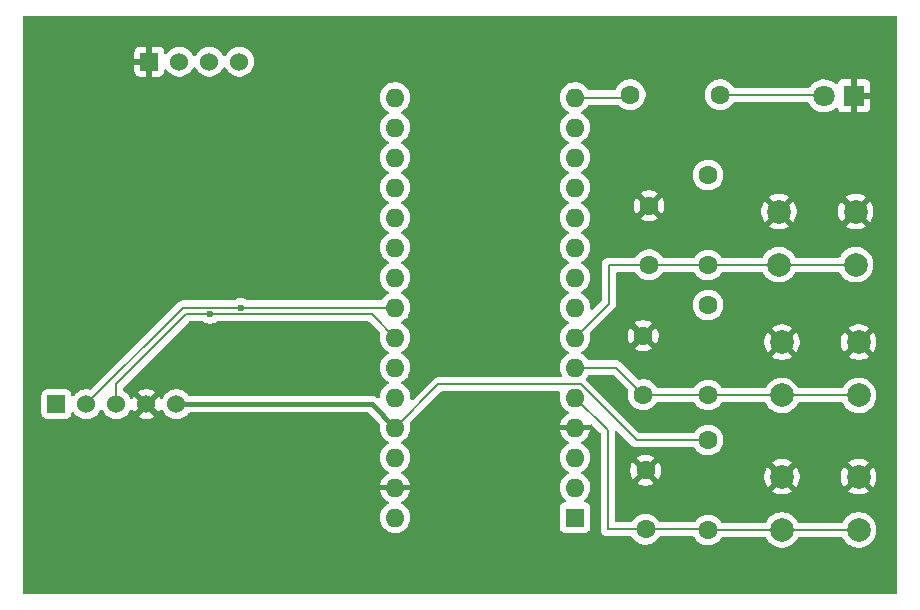
<source format=gtl>
%TF.GenerationSoftware,KiCad,Pcbnew,9.0.6*%
%TF.CreationDate,2026-01-04T15:49:14-06:00*%
%TF.ProjectId,spo2_project,73706f32-5f70-4726-9f6a-6563742e6b69,rev?*%
%TF.SameCoordinates,Original*%
%TF.FileFunction,Copper,L1,Top*%
%TF.FilePolarity,Positive*%
%FSLAX46Y46*%
G04 Gerber Fmt 4.6, Leading zero omitted, Abs format (unit mm)*
G04 Created by KiCad (PCBNEW 9.0.6) date 2026-01-04 15:49:14*
%MOMM*%
%LPD*%
G01*
G04 APERTURE LIST*
%TA.AperFunction,ComponentPad*%
%ADD10R,1.524000X1.524000*%
%TD*%
%TA.AperFunction,ComponentPad*%
%ADD11C,1.524000*%
%TD*%
%TA.AperFunction,ComponentPad*%
%ADD12C,1.600000*%
%TD*%
%TA.AperFunction,ComponentPad*%
%ADD13R,1.800000X1.800000*%
%TD*%
%TA.AperFunction,ComponentPad*%
%ADD14C,1.800000*%
%TD*%
%TA.AperFunction,ComponentPad*%
%ADD15C,2.000000*%
%TD*%
%TA.AperFunction,ComponentPad*%
%ADD16R,1.600000X1.600000*%
%TD*%
%TA.AperFunction,ComponentPad*%
%ADD17O,1.600000X1.600000*%
%TD*%
%TA.AperFunction,ViaPad*%
%ADD18C,0.600000*%
%TD*%
%TA.AperFunction,Conductor*%
%ADD19C,0.200000*%
%TD*%
%TA.AperFunction,Conductor*%
%ADD20C,0.400000*%
%TD*%
G04 APERTURE END LIST*
D10*
%TO.P,U1,1,INT*%
%TO.N,unconnected-(U1-INT-Pad1)*%
X84320000Y-101400000D03*
D11*
%TO.P,U1,2,SDA*%
%TO.N,Net-(A1-A4)*%
X86860000Y-101400000D03*
%TO.P,U1,3,SCL*%
%TO.N,Net-(A1-A5)*%
X89400000Y-101400000D03*
%TO.P,U1,4,GND*%
%TO.N,GND*%
X91940000Y-101400000D03*
%TO.P,U1,5,VCC*%
%TO.N,+5V*%
X94480000Y-101400000D03*
%TD*%
D12*
%TO.P,C3,1*%
%TO.N,Net-(A1-D4)*%
X134500000Y-89600000D03*
%TO.P,C3,2*%
%TO.N,GND*%
X134500000Y-84600000D03*
%TD*%
D10*
%TO.P,U2,1,GND*%
%TO.N,GND*%
X92190000Y-72400000D03*
D11*
%TO.P,U2,2,VCC*%
%TO.N,+5V*%
X94730000Y-72400000D03*
%TO.P,U2,3,SCL*%
%TO.N,Net-(A1-A5)*%
X97270000Y-72400000D03*
%TO.P,U2,4,SDA*%
%TO.N,Net-(A1-A4)*%
X99810000Y-72400000D03*
%TD*%
D13*
%TO.P,ALARM,1,K*%
%TO.N,GND*%
X151840000Y-75300000D03*
D14*
%TO.P,ALARM,2,A*%
%TO.N,Net-(D1-A)*%
X149300000Y-75300000D03*
%TD*%
D15*
%TO.P,SW1,1,1*%
%TO.N,GND*%
X145750000Y-107550000D03*
X152250000Y-107550000D03*
%TO.P,SW1,2,2*%
%TO.N,Net-(A1-D2)*%
X145750000Y-112050000D03*
X152250000Y-112050000D03*
%TD*%
D12*
%TO.P,C1,1*%
%TO.N,Net-(A1-D2)*%
X134200000Y-112000000D03*
%TO.P,C1,2*%
%TO.N,GND*%
X134200000Y-107000000D03*
%TD*%
%TO.P,R3,1*%
%TO.N,+5V*%
X139500000Y-82000000D03*
%TO.P,R3,2*%
%TO.N,Net-(A1-D4)*%
X139500000Y-89620000D03*
%TD*%
D16*
%TO.P,A1,1,D1/TX*%
%TO.N,unconnected-(A1-D1{slash}TX-Pad1)*%
X128240000Y-111000000D03*
D17*
%TO.P,A1,2,D0/RX*%
%TO.N,unconnected-(A1-D0{slash}RX-Pad2)*%
X128240000Y-108460000D03*
%TO.P,A1,3,~{RESET}*%
%TO.N,unconnected-(A1-~{RESET}-Pad3)*%
X128240000Y-105920000D03*
%TO.P,A1,4,GND*%
%TO.N,GND*%
X128240000Y-103380000D03*
%TO.P,A1,5,D2*%
%TO.N,Net-(A1-D2)*%
X128240000Y-100840000D03*
%TO.P,A1,6,D3*%
%TO.N,Net-(A1-D3)*%
X128240000Y-98300000D03*
%TO.P,A1,7,D4*%
%TO.N,Net-(A1-D4)*%
X128240000Y-95760000D03*
%TO.P,A1,8,D5*%
%TO.N,unconnected-(A1-D5-Pad8)*%
X128240000Y-93220000D03*
%TO.P,A1,9,D6*%
%TO.N,unconnected-(A1-D6-Pad9)*%
X128240000Y-90680000D03*
%TO.P,A1,10,D7*%
%TO.N,unconnected-(A1-D7-Pad10)*%
X128240000Y-88140000D03*
%TO.P,A1,11,D8*%
%TO.N,unconnected-(A1-D8-Pad11)*%
X128240000Y-85600000D03*
%TO.P,A1,12,D9*%
%TO.N,unconnected-(A1-D9-Pad12)*%
X128240000Y-83060000D03*
%TO.P,A1,13,D10*%
%TO.N,unconnected-(A1-D10-Pad13)*%
X128240000Y-80520000D03*
%TO.P,A1,14,D11*%
%TO.N,unconnected-(A1-D11-Pad14)*%
X128240000Y-77980000D03*
%TO.P,A1,15,D12*%
%TO.N,Net-(A1-D12)*%
X128240000Y-75440000D03*
%TO.P,A1,16,D13*%
%TO.N,unconnected-(A1-D13-Pad16)*%
X113000000Y-75440000D03*
%TO.P,A1,17,3V3*%
%TO.N,unconnected-(A1-3V3-Pad17)*%
X113000000Y-77980000D03*
%TO.P,A1,18,AREF*%
%TO.N,unconnected-(A1-AREF-Pad18)*%
X113000000Y-80520000D03*
%TO.P,A1,19,A0*%
%TO.N,unconnected-(A1-A0-Pad19)*%
X113000000Y-83060000D03*
%TO.P,A1,20,A1*%
%TO.N,unconnected-(A1-A1-Pad20)*%
X113000000Y-85600000D03*
%TO.P,A1,21,A2*%
%TO.N,unconnected-(A1-A2-Pad21)*%
X113000000Y-88140000D03*
%TO.P,A1,22,A3*%
%TO.N,unconnected-(A1-A3-Pad22)*%
X113000000Y-90680000D03*
%TO.P,A1,23,A4*%
%TO.N,Net-(A1-A4)*%
X113000000Y-93220000D03*
%TO.P,A1,24,A5*%
%TO.N,Net-(A1-A5)*%
X113000000Y-95760000D03*
%TO.P,A1,25,A6*%
%TO.N,unconnected-(A1-A6-Pad25)*%
X113000000Y-98300000D03*
%TO.P,A1,26,A7*%
%TO.N,unconnected-(A1-A7-Pad26)*%
X113000000Y-100840000D03*
%TO.P,A1,27,+5V*%
%TO.N,+5V*%
X113000000Y-103380000D03*
%TO.P,A1,28,~{RESET}*%
%TO.N,unconnected-(A1-~{RESET}-Pad28)*%
X113000000Y-105920000D03*
%TO.P,A1,29,GND*%
%TO.N,GND*%
X113000000Y-108460000D03*
%TO.P,A1,30,VIN*%
%TO.N,unconnected-(A1-VIN-Pad30)*%
X113000000Y-111000000D03*
%TD*%
D15*
%TO.P,SW2,1,1*%
%TO.N,GND*%
X145750000Y-96150000D03*
X152250000Y-96150000D03*
%TO.P,SW2,2,2*%
%TO.N,Net-(A1-D3)*%
X145750000Y-100650000D03*
X152250000Y-100650000D03*
%TD*%
D12*
%TO.P,R4,1*%
%TO.N,Net-(A1-D12)*%
X132900000Y-75200000D03*
%TO.P,R4,2*%
%TO.N,Net-(D1-A)*%
X140520000Y-75200000D03*
%TD*%
%TO.P,C2,1*%
%TO.N,Net-(A1-D3)*%
X134000000Y-100600000D03*
%TO.P,C2,2*%
%TO.N,GND*%
X134000000Y-95600000D03*
%TD*%
%TO.P,R1,1*%
%TO.N,+5V*%
X139500000Y-104440000D03*
%TO.P,R1,2*%
%TO.N,Net-(A1-D2)*%
X139500000Y-112060000D03*
%TD*%
%TO.P,R2,1*%
%TO.N,+5V*%
X139500000Y-93000000D03*
%TO.P,R2,2*%
%TO.N,Net-(A1-D3)*%
X139500000Y-100620000D03*
%TD*%
D15*
%TO.P,SW3,1,1*%
%TO.N,GND*%
X145500000Y-85100000D03*
X152000000Y-85100000D03*
%TO.P,SW3,2,2*%
%TO.N,Net-(A1-D4)*%
X145500000Y-89600000D03*
X152000000Y-89600000D03*
%TD*%
D18*
%TO.N,Net-(A1-A4)*%
X99920000Y-93220000D03*
%TO.N,Net-(A1-A5)*%
X97300000Y-93800000D03*
%TD*%
D19*
%TO.N,Net-(A1-A4)*%
X99920000Y-93220000D02*
X95040000Y-93220000D01*
X95040000Y-93220000D02*
X86860000Y-101400000D01*
X113000000Y-93220000D02*
X99920000Y-93220000D01*
D20*
%TO.N,Net-(A1-D2)*%
X145740000Y-112060000D02*
X145750000Y-112050000D01*
D19*
X145750000Y-112050000D02*
X152250000Y-112050000D01*
X128240000Y-100840000D02*
X131000000Y-103600000D01*
X131000000Y-112000000D02*
X134200000Y-112000000D01*
X134200000Y-112000000D02*
X139440000Y-112000000D01*
X131000000Y-103600000D02*
X131000000Y-112000000D01*
X139500000Y-112060000D02*
X145740000Y-112060000D01*
D20*
X139440000Y-112000000D02*
X139500000Y-112060000D01*
D19*
%TO.N,Net-(A1-A5)*%
X89400000Y-99700000D02*
X89400000Y-101400000D01*
X95300000Y-93800000D02*
X89400000Y-99700000D01*
X111040000Y-93800000D02*
X97300000Y-93800000D01*
X97300000Y-93800000D02*
X95300000Y-93800000D01*
X113000000Y-95760000D02*
X111040000Y-93800000D01*
%TO.N,+5V*%
X139500000Y-104440000D02*
X133435233Y-104440000D01*
X116668000Y-99712000D02*
X113000000Y-103380000D01*
X133435233Y-104440000D02*
X128707233Y-99712000D01*
D20*
X111020000Y-101400000D02*
X113000000Y-103380000D01*
D19*
X128707233Y-99712000D02*
X116668000Y-99712000D01*
D20*
X94480000Y-101400000D02*
X111020000Y-101400000D01*
D19*
%TO.N,Net-(A1-D12)*%
X128240000Y-75440000D02*
X132660000Y-75440000D01*
D20*
X132660000Y-75440000D02*
X132900000Y-75200000D01*
D19*
%TO.N,Net-(A1-D3)*%
X131700000Y-98300000D02*
X134000000Y-100600000D01*
X139500000Y-100620000D02*
X145720000Y-100620000D01*
X134000000Y-100600000D02*
X139480000Y-100600000D01*
D20*
X139480000Y-100600000D02*
X139500000Y-100620000D01*
X145720000Y-100620000D02*
X145750000Y-100650000D01*
D19*
X128240000Y-98300000D02*
X131700000Y-98300000D01*
X145750000Y-100650000D02*
X152250000Y-100650000D01*
%TO.N,Net-(A1-D4)*%
X134500000Y-89600000D02*
X139480000Y-89600000D01*
X145500000Y-89600000D02*
X152000000Y-89600000D01*
X131100000Y-92900000D02*
X131100000Y-89600000D01*
X139500000Y-89620000D02*
X145480000Y-89620000D01*
X131100000Y-89600000D02*
X134500000Y-89600000D01*
D20*
X145480000Y-89620000D02*
X145500000Y-89600000D01*
X139480000Y-89600000D02*
X139500000Y-89620000D01*
D19*
X128240000Y-95760000D02*
X131100000Y-92900000D01*
D20*
%TO.N,Net-(D1-A)*%
X149200000Y-75200000D02*
X149300000Y-75300000D01*
D19*
X140520000Y-75200000D02*
X149200000Y-75200000D01*
%TD*%
%TA.AperFunction,Conductor*%
%TO.N,GND*%
G36*
X96787273Y-94420185D02*
G01*
X96789125Y-94421398D01*
X96920814Y-94509390D01*
X96920827Y-94509397D01*
X97066498Y-94569735D01*
X97066503Y-94569737D01*
X97221083Y-94600485D01*
X97221153Y-94600499D01*
X97221156Y-94600500D01*
X97221158Y-94600500D01*
X97378844Y-94600500D01*
X97378845Y-94600499D01*
X97533497Y-94569737D01*
X97679179Y-94509394D01*
X97708204Y-94490000D01*
X97810875Y-94421398D01*
X97877553Y-94400520D01*
X97879766Y-94400500D01*
X110739903Y-94400500D01*
X110806942Y-94420185D01*
X110827584Y-94436819D01*
X111705921Y-95315157D01*
X111739406Y-95376480D01*
X111736173Y-95441149D01*
X111731523Y-95455460D01*
X111731523Y-95455462D01*
X111699500Y-95657648D01*
X111699500Y-95862351D01*
X111731522Y-96064534D01*
X111794781Y-96259223D01*
X111887715Y-96441613D01*
X112008028Y-96607213D01*
X112152786Y-96751971D01*
X112307749Y-96864556D01*
X112318390Y-96872287D01*
X112409840Y-96918883D01*
X112411080Y-96919515D01*
X112461876Y-96967490D01*
X112478671Y-97035311D01*
X112456134Y-97101446D01*
X112411080Y-97140485D01*
X112318386Y-97187715D01*
X112152786Y-97308028D01*
X112008028Y-97452786D01*
X111887715Y-97618386D01*
X111794781Y-97800776D01*
X111731522Y-97995465D01*
X111699500Y-98197648D01*
X111699500Y-98402351D01*
X111731522Y-98604534D01*
X111794781Y-98799223D01*
X111887715Y-98981613D01*
X112008028Y-99147213D01*
X112152786Y-99291971D01*
X112255585Y-99366657D01*
X112318390Y-99412287D01*
X112409840Y-99458883D01*
X112411080Y-99459515D01*
X112461876Y-99507490D01*
X112478671Y-99575311D01*
X112456134Y-99641446D01*
X112411080Y-99680485D01*
X112318386Y-99727715D01*
X112152786Y-99848028D01*
X112008028Y-99992786D01*
X111887715Y-100158386D01*
X111794781Y-100340776D01*
X111731522Y-100535465D01*
X111699500Y-100737648D01*
X111699500Y-100789480D01*
X111679815Y-100856519D01*
X111627011Y-100902274D01*
X111557853Y-100912218D01*
X111494297Y-100883193D01*
X111487819Y-100877161D01*
X111466545Y-100855887D01*
X111351807Y-100779222D01*
X111224332Y-100726421D01*
X111224322Y-100726418D01*
X111088996Y-100699500D01*
X111088994Y-100699500D01*
X111088993Y-100699500D01*
X95594774Y-100699500D01*
X95527735Y-100679815D01*
X95494457Y-100648387D01*
X95442981Y-100577536D01*
X95302464Y-100437019D01*
X95141694Y-100320213D01*
X95135508Y-100317061D01*
X94964632Y-100229994D01*
X94964629Y-100229993D01*
X94775637Y-100168587D01*
X94677498Y-100153043D01*
X94579361Y-100137500D01*
X94380639Y-100137500D01*
X94315214Y-100147862D01*
X94184362Y-100168587D01*
X93995370Y-100229993D01*
X93995367Y-100229994D01*
X93818305Y-100320213D01*
X93657533Y-100437021D01*
X93517021Y-100577533D01*
X93400213Y-100738305D01*
X93320204Y-100895331D01*
X93272229Y-100946127D01*
X93204408Y-100962922D01*
X93138273Y-100940384D01*
X93099234Y-100895331D01*
X93019358Y-100738567D01*
X92992268Y-100701283D01*
X92321000Y-101372551D01*
X92321000Y-101349840D01*
X92295036Y-101252939D01*
X92244876Y-101166060D01*
X92173940Y-101095124D01*
X92087061Y-101044964D01*
X91990160Y-101019000D01*
X91967447Y-101019000D01*
X92638716Y-100347731D01*
X92638715Y-100347730D01*
X92601432Y-100320641D01*
X92424437Y-100230457D01*
X92235522Y-100169075D01*
X92039321Y-100138000D01*
X91840679Y-100138000D01*
X91644479Y-100169075D01*
X91644476Y-100169075D01*
X91455562Y-100230457D01*
X91278564Y-100320643D01*
X91241283Y-100347729D01*
X91241282Y-100347730D01*
X91912554Y-101019000D01*
X91889840Y-101019000D01*
X91792939Y-101044964D01*
X91706060Y-101095124D01*
X91635124Y-101166060D01*
X91584964Y-101252939D01*
X91559000Y-101349840D01*
X91559000Y-101372552D01*
X90887730Y-100701282D01*
X90887729Y-100701283D01*
X90860641Y-100738566D01*
X90780764Y-100895332D01*
X90732790Y-100946127D01*
X90664969Y-100962922D01*
X90598834Y-100940384D01*
X90559796Y-100895332D01*
X90479787Y-100738306D01*
X90362981Y-100577536D01*
X90222464Y-100437019D01*
X90061694Y-100320213D01*
X90061690Y-100320210D01*
X90059715Y-100319000D01*
X90059121Y-100318343D01*
X90057752Y-100317349D01*
X90057960Y-100317061D01*
X90052746Y-100311298D01*
X90043297Y-100306983D01*
X90029703Y-100285831D01*
X90012837Y-100267190D01*
X90010135Y-100255381D01*
X90005523Y-100248205D01*
X90000500Y-100213270D01*
X90000500Y-100000097D01*
X90020185Y-99933058D01*
X90036819Y-99912416D01*
X95512416Y-94436819D01*
X95573739Y-94403334D01*
X95600097Y-94400500D01*
X96720234Y-94400500D01*
X96787273Y-94420185D01*
G37*
%TD.AperFunction*%
%TA.AperFunction,Conductor*%
G36*
X155442539Y-68520185D02*
G01*
X155488294Y-68572989D01*
X155499500Y-68624500D01*
X155499500Y-117375500D01*
X155479815Y-117442539D01*
X155427011Y-117488294D01*
X155375500Y-117499500D01*
X81624500Y-117499500D01*
X81557461Y-117479815D01*
X81511706Y-117427011D01*
X81500500Y-117375500D01*
X81500500Y-100590135D01*
X83057500Y-100590135D01*
X83057500Y-102209870D01*
X83057501Y-102209876D01*
X83063908Y-102269483D01*
X83114202Y-102404328D01*
X83114206Y-102404335D01*
X83200452Y-102519544D01*
X83200455Y-102519547D01*
X83315664Y-102605793D01*
X83315671Y-102605797D01*
X83450517Y-102656091D01*
X83450516Y-102656091D01*
X83457444Y-102656835D01*
X83510127Y-102662500D01*
X85129872Y-102662499D01*
X85189483Y-102656091D01*
X85324331Y-102605796D01*
X85439546Y-102519546D01*
X85525796Y-102404331D01*
X85576091Y-102269483D01*
X85582500Y-102209873D01*
X85582499Y-102171197D01*
X85602182Y-102104161D01*
X85654985Y-102058405D01*
X85724143Y-102048460D01*
X85787699Y-102077483D01*
X85806817Y-102098312D01*
X85819371Y-102115591D01*
X85897019Y-102222464D01*
X86037536Y-102362981D01*
X86198306Y-102479787D01*
X86276333Y-102519544D01*
X86375367Y-102570005D01*
X86375370Y-102570006D01*
X86469866Y-102600709D01*
X86564364Y-102631413D01*
X86760639Y-102662500D01*
X86760640Y-102662500D01*
X86959360Y-102662500D01*
X86959361Y-102662500D01*
X87155636Y-102631413D01*
X87344632Y-102570005D01*
X87521694Y-102479787D01*
X87682464Y-102362981D01*
X87822981Y-102222464D01*
X87939787Y-102061694D01*
X88019515Y-101905218D01*
X88067490Y-101854423D01*
X88135311Y-101837628D01*
X88201446Y-101860165D01*
X88240484Y-101905218D01*
X88320213Y-102061694D01*
X88437019Y-102222464D01*
X88577536Y-102362981D01*
X88738306Y-102479787D01*
X88816333Y-102519544D01*
X88915367Y-102570005D01*
X88915370Y-102570006D01*
X89009866Y-102600709D01*
X89104364Y-102631413D01*
X89300639Y-102662500D01*
X89300640Y-102662500D01*
X89499360Y-102662500D01*
X89499361Y-102662500D01*
X89695636Y-102631413D01*
X89884632Y-102570005D01*
X90061694Y-102479787D01*
X90222464Y-102362981D01*
X90362981Y-102222464D01*
X90479787Y-102061694D01*
X90559796Y-101904667D01*
X90607769Y-101853872D01*
X90675590Y-101837077D01*
X90741725Y-101859614D01*
X90780765Y-101904668D01*
X90860641Y-102061432D01*
X90887730Y-102098715D01*
X90887731Y-102098716D01*
X91559000Y-101427447D01*
X91559000Y-101450160D01*
X91584964Y-101547061D01*
X91635124Y-101633940D01*
X91706060Y-101704876D01*
X91792939Y-101755036D01*
X91889840Y-101781000D01*
X91912553Y-101781000D01*
X91241283Y-102452268D01*
X91241283Y-102452269D01*
X91278567Y-102479358D01*
X91455562Y-102569542D01*
X91644477Y-102630924D01*
X91840679Y-102662000D01*
X92039321Y-102662000D01*
X92235520Y-102630924D01*
X92235523Y-102630924D01*
X92424437Y-102569542D01*
X92601425Y-102479362D01*
X92638716Y-102452268D01*
X91967448Y-101781000D01*
X91990160Y-101781000D01*
X92087061Y-101755036D01*
X92173940Y-101704876D01*
X92244876Y-101633940D01*
X92295036Y-101547061D01*
X92321000Y-101450160D01*
X92321000Y-101427447D01*
X92992268Y-102098715D01*
X93019364Y-102061422D01*
X93099234Y-101904669D01*
X93147208Y-101853872D01*
X93215029Y-101837077D01*
X93281164Y-101859614D01*
X93320203Y-101904667D01*
X93400213Y-102061694D01*
X93517019Y-102222464D01*
X93657536Y-102362981D01*
X93818306Y-102479787D01*
X93896333Y-102519544D01*
X93995367Y-102570005D01*
X93995370Y-102570006D01*
X94089866Y-102600709D01*
X94184364Y-102631413D01*
X94380639Y-102662500D01*
X94380640Y-102662500D01*
X94579360Y-102662500D01*
X94579361Y-102662500D01*
X94775636Y-102631413D01*
X94964632Y-102570005D01*
X95141694Y-102479787D01*
X95302464Y-102362981D01*
X95442981Y-102222464D01*
X95494457Y-102151613D01*
X95549786Y-102108949D01*
X95594774Y-102100500D01*
X110678481Y-102100500D01*
X110745520Y-102120185D01*
X110766162Y-102136819D01*
X111683194Y-103053851D01*
X111716679Y-103115174D01*
X111717986Y-103160929D01*
X111699500Y-103277647D01*
X111699500Y-103482351D01*
X111731522Y-103684534D01*
X111794781Y-103879223D01*
X111887715Y-104061613D01*
X112008028Y-104227213D01*
X112152786Y-104371971D01*
X112307749Y-104484556D01*
X112318390Y-104492287D01*
X112409840Y-104538883D01*
X112411080Y-104539515D01*
X112461876Y-104587490D01*
X112478671Y-104655311D01*
X112456134Y-104721446D01*
X112411080Y-104760485D01*
X112318386Y-104807715D01*
X112152786Y-104928028D01*
X112008028Y-105072786D01*
X111887715Y-105238386D01*
X111794781Y-105420776D01*
X111731522Y-105615465D01*
X111699500Y-105817648D01*
X111699500Y-106022351D01*
X111731522Y-106224534D01*
X111794781Y-106419223D01*
X111887715Y-106601613D01*
X112008028Y-106767213D01*
X112152786Y-106911971D01*
X112307749Y-107024556D01*
X112318390Y-107032287D01*
X112390424Y-107068990D01*
X112411629Y-107079795D01*
X112462425Y-107127770D01*
X112479220Y-107195591D01*
X112456682Y-107261726D01*
X112411629Y-107300765D01*
X112318650Y-107348140D01*
X112153105Y-107468417D01*
X112153104Y-107468417D01*
X112008417Y-107613104D01*
X112008417Y-107613105D01*
X111888140Y-107778650D01*
X111795244Y-107960970D01*
X111732009Y-108155586D01*
X111723391Y-108210000D01*
X112566988Y-108210000D01*
X112534075Y-108267007D01*
X112500000Y-108394174D01*
X112500000Y-108525826D01*
X112534075Y-108652993D01*
X112566988Y-108710000D01*
X111723391Y-108710000D01*
X111732009Y-108764413D01*
X111795244Y-108959029D01*
X111888140Y-109141349D01*
X112008417Y-109306894D01*
X112008417Y-109306895D01*
X112153104Y-109451582D01*
X112318652Y-109571861D01*
X112411628Y-109619234D01*
X112462425Y-109667208D01*
X112479220Y-109735029D01*
X112456683Y-109801164D01*
X112411630Y-109840203D01*
X112318388Y-109887713D01*
X112152786Y-110008028D01*
X112008028Y-110152786D01*
X111887715Y-110318386D01*
X111794781Y-110500776D01*
X111731522Y-110695465D01*
X111699500Y-110897648D01*
X111699500Y-111102351D01*
X111731522Y-111304534D01*
X111794781Y-111499223D01*
X111887715Y-111681613D01*
X112008028Y-111847213D01*
X112152786Y-111991971D01*
X112272651Y-112079056D01*
X112318390Y-112112287D01*
X112407212Y-112157544D01*
X112500776Y-112205218D01*
X112500778Y-112205218D01*
X112500781Y-112205220D01*
X112582537Y-112231784D01*
X112695465Y-112268477D01*
X112796557Y-112284488D01*
X112897648Y-112300500D01*
X112897649Y-112300500D01*
X113102351Y-112300500D01*
X113102352Y-112300500D01*
X113304534Y-112268477D01*
X113499219Y-112205220D01*
X113681610Y-112112287D01*
X113777901Y-112042328D01*
X113847213Y-111991971D01*
X113847215Y-111991968D01*
X113847219Y-111991966D01*
X113991966Y-111847219D01*
X113991968Y-111847215D01*
X113991971Y-111847213D01*
X114044732Y-111774590D01*
X114112287Y-111681610D01*
X114205220Y-111499219D01*
X114268477Y-111304534D01*
X114300500Y-111102352D01*
X114300500Y-110897648D01*
X114268477Y-110695466D01*
X114205220Y-110500781D01*
X114205218Y-110500778D01*
X114205218Y-110500776D01*
X114171503Y-110434607D01*
X114112287Y-110318390D01*
X114104556Y-110307749D01*
X113991971Y-110152786D01*
X113847213Y-110008028D01*
X113681611Y-109887713D01*
X113588369Y-109840203D01*
X113537574Y-109792229D01*
X113520779Y-109724407D01*
X113543317Y-109658273D01*
X113588371Y-109619234D01*
X113681347Y-109571861D01*
X113846894Y-109451582D01*
X113846895Y-109451582D01*
X113991582Y-109306895D01*
X113991582Y-109306894D01*
X114111859Y-109141349D01*
X114204755Y-108959029D01*
X114267990Y-108764413D01*
X114276609Y-108710000D01*
X113433012Y-108710000D01*
X113465925Y-108652993D01*
X113500000Y-108525826D01*
X113500000Y-108394174D01*
X113465925Y-108267007D01*
X113433012Y-108210000D01*
X114276609Y-108210000D01*
X114267990Y-108155586D01*
X114204755Y-107960970D01*
X114111859Y-107778650D01*
X113991582Y-107613105D01*
X113991582Y-107613104D01*
X113846895Y-107468417D01*
X113681349Y-107348140D01*
X113588370Y-107300765D01*
X113537574Y-107252790D01*
X113520779Y-107184969D01*
X113543316Y-107118835D01*
X113588370Y-107079795D01*
X113588920Y-107079515D01*
X113681610Y-107032287D01*
X113798532Y-106947339D01*
X113847213Y-106911971D01*
X113847215Y-106911968D01*
X113847219Y-106911966D01*
X113991966Y-106767219D01*
X113991968Y-106767215D01*
X113991971Y-106767213D01*
X114079712Y-106646446D01*
X114112287Y-106601610D01*
X114205220Y-106419219D01*
X114268477Y-106224534D01*
X114300500Y-106022352D01*
X114300500Y-105817648D01*
X114268477Y-105615465D01*
X114205218Y-105420776D01*
X114171503Y-105354607D01*
X114112287Y-105238390D01*
X114104556Y-105227749D01*
X113991971Y-105072786D01*
X113847213Y-104928028D01*
X113681614Y-104807715D01*
X113675006Y-104804348D01*
X113588917Y-104760483D01*
X113538123Y-104712511D01*
X113521328Y-104644690D01*
X113543865Y-104578555D01*
X113588917Y-104539516D01*
X113681610Y-104492287D01*
X113702770Y-104476913D01*
X113847213Y-104371971D01*
X113847215Y-104371968D01*
X113847219Y-104371966D01*
X113991966Y-104227219D01*
X113991968Y-104227215D01*
X113991971Y-104227213D01*
X114058628Y-104135466D01*
X114112287Y-104061610D01*
X114205220Y-103879219D01*
X114268477Y-103684534D01*
X114300500Y-103482352D01*
X114300500Y-103277648D01*
X114278115Y-103136315D01*
X114268478Y-103075472D01*
X114268477Y-103075471D01*
X114268477Y-103075466D01*
X114263825Y-103061151D01*
X114261832Y-102991312D01*
X114294075Y-102935158D01*
X116880416Y-100348819D01*
X116941739Y-100315334D01*
X116968097Y-100312500D01*
X126873297Y-100312500D01*
X126940336Y-100332185D01*
X126986091Y-100384989D01*
X126996035Y-100454147D01*
X126991228Y-100474818D01*
X126971523Y-100535461D01*
X126971523Y-100535464D01*
X126939500Y-100737648D01*
X126939500Y-100942351D01*
X126971522Y-101144534D01*
X127034781Y-101339223D01*
X127127715Y-101521613D01*
X127248028Y-101687213D01*
X127392786Y-101831971D01*
X127547749Y-101944556D01*
X127558390Y-101952287D01*
X127630424Y-101988990D01*
X127651629Y-101999795D01*
X127702425Y-102047770D01*
X127719220Y-102115591D01*
X127696682Y-102181726D01*
X127651629Y-102220765D01*
X127558650Y-102268140D01*
X127393105Y-102388417D01*
X127393104Y-102388417D01*
X127248417Y-102533104D01*
X127248417Y-102533105D01*
X127128140Y-102698650D01*
X127035244Y-102880970D01*
X126972009Y-103075586D01*
X126963391Y-103130000D01*
X127806988Y-103130000D01*
X127774075Y-103187007D01*
X127740000Y-103314174D01*
X127740000Y-103445826D01*
X127774075Y-103572993D01*
X127806988Y-103630000D01*
X126963391Y-103630000D01*
X126972009Y-103684413D01*
X127035244Y-103879029D01*
X127128140Y-104061349D01*
X127248417Y-104226894D01*
X127248417Y-104226895D01*
X127393104Y-104371582D01*
X127558652Y-104491861D01*
X127651628Y-104539234D01*
X127702425Y-104587208D01*
X127719220Y-104655029D01*
X127696683Y-104721164D01*
X127651630Y-104760203D01*
X127558388Y-104807713D01*
X127392786Y-104928028D01*
X127248028Y-105072786D01*
X127127715Y-105238386D01*
X127034781Y-105420776D01*
X126971522Y-105615465D01*
X126939500Y-105817648D01*
X126939500Y-106022351D01*
X126971522Y-106224534D01*
X127034781Y-106419223D01*
X127127715Y-106601613D01*
X127248028Y-106767213D01*
X127392786Y-106911971D01*
X127547749Y-107024556D01*
X127558390Y-107032287D01*
X127649840Y-107078883D01*
X127651080Y-107079515D01*
X127701876Y-107127490D01*
X127718671Y-107195311D01*
X127696134Y-107261446D01*
X127651080Y-107300485D01*
X127558386Y-107347715D01*
X127392786Y-107468028D01*
X127248028Y-107612786D01*
X127127715Y-107778386D01*
X127034781Y-107960776D01*
X126971522Y-108155465D01*
X126939500Y-108357648D01*
X126939500Y-108562351D01*
X126971522Y-108764534D01*
X127034781Y-108959223D01*
X127127715Y-109141613D01*
X127248028Y-109307213D01*
X127392784Y-109451969D01*
X127429068Y-109478330D01*
X127471735Y-109533659D01*
X127477715Y-109603273D01*
X127445109Y-109665068D01*
X127384271Y-109699426D01*
X127369440Y-109701938D01*
X127332519Y-109705907D01*
X127197671Y-109756202D01*
X127197664Y-109756206D01*
X127082455Y-109842452D01*
X127082452Y-109842455D01*
X126996206Y-109957664D01*
X126996202Y-109957671D01*
X126945908Y-110092517D01*
X126939501Y-110152116D01*
X126939501Y-110152123D01*
X126939500Y-110152135D01*
X126939500Y-111847870D01*
X126939501Y-111847876D01*
X126945908Y-111907483D01*
X126996202Y-112042328D01*
X126996206Y-112042335D01*
X127082452Y-112157544D01*
X127082455Y-112157547D01*
X127197664Y-112243793D01*
X127197671Y-112243797D01*
X127332517Y-112294091D01*
X127332516Y-112294091D01*
X127339444Y-112294835D01*
X127392127Y-112300500D01*
X129087872Y-112300499D01*
X129147483Y-112294091D01*
X129282331Y-112243796D01*
X129397546Y-112157546D01*
X129483796Y-112042331D01*
X129534091Y-111907483D01*
X129540500Y-111847873D01*
X129540499Y-110152128D01*
X129534091Y-110092517D01*
X129483796Y-109957669D01*
X129483795Y-109957668D01*
X129483793Y-109957664D01*
X129397547Y-109842455D01*
X129397544Y-109842452D01*
X129282335Y-109756206D01*
X129282328Y-109756202D01*
X129147482Y-109705908D01*
X129147483Y-109705908D01*
X129110560Y-109701939D01*
X129046009Y-109675201D01*
X129006160Y-109617809D01*
X129003667Y-109547984D01*
X129039319Y-109487895D01*
X129050930Y-109478331D01*
X129087219Y-109451966D01*
X129231966Y-109307219D01*
X129231968Y-109307215D01*
X129231971Y-109307213D01*
X129284732Y-109234590D01*
X129352287Y-109141610D01*
X129445220Y-108959219D01*
X129508477Y-108764534D01*
X129540500Y-108562352D01*
X129540500Y-108357648D01*
X129526144Y-108267007D01*
X129508477Y-108155465D01*
X129456038Y-107994075D01*
X129445220Y-107960781D01*
X129445218Y-107960778D01*
X129445218Y-107960776D01*
X129352419Y-107778650D01*
X129352287Y-107778390D01*
X129314167Y-107725922D01*
X129231971Y-107612786D01*
X129087213Y-107468028D01*
X128921614Y-107347715D01*
X128867377Y-107320080D01*
X128828917Y-107300483D01*
X128778123Y-107252511D01*
X128761328Y-107184690D01*
X128783865Y-107118555D01*
X128828917Y-107079516D01*
X128921610Y-107032287D01*
X129038532Y-106947339D01*
X129087213Y-106911971D01*
X129087215Y-106911968D01*
X129087219Y-106911966D01*
X129231966Y-106767219D01*
X129231968Y-106767215D01*
X129231971Y-106767213D01*
X129319712Y-106646446D01*
X129352287Y-106601610D01*
X129445220Y-106419219D01*
X129508477Y-106224534D01*
X129540500Y-106022352D01*
X129540500Y-105817648D01*
X129508477Y-105615465D01*
X129445218Y-105420776D01*
X129411503Y-105354607D01*
X129352287Y-105238390D01*
X129344556Y-105227749D01*
X129231971Y-105072786D01*
X129087213Y-104928028D01*
X128921611Y-104807713D01*
X128828369Y-104760203D01*
X128777574Y-104712229D01*
X128760779Y-104644407D01*
X128783317Y-104578273D01*
X128828371Y-104539234D01*
X128921347Y-104491861D01*
X129086894Y-104371582D01*
X129086895Y-104371582D01*
X129231582Y-104226895D01*
X129231582Y-104226894D01*
X129351859Y-104061349D01*
X129444755Y-103879029D01*
X129507990Y-103684413D01*
X129516609Y-103630000D01*
X128673012Y-103630000D01*
X128705925Y-103572993D01*
X128740000Y-103445826D01*
X128740000Y-103314174D01*
X128705925Y-103187007D01*
X128673012Y-103130000D01*
X129525735Y-103130000D01*
X129563614Y-103105272D01*
X129633482Y-103104772D01*
X129687080Y-103136315D01*
X130363181Y-103812416D01*
X130396666Y-103873739D01*
X130399500Y-103900097D01*
X130399500Y-112079057D01*
X130420532Y-112157547D01*
X130440423Y-112231783D01*
X130440426Y-112231790D01*
X130519475Y-112368709D01*
X130519479Y-112368714D01*
X130519480Y-112368716D01*
X130631284Y-112480520D01*
X130631286Y-112480521D01*
X130631290Y-112480524D01*
X130768209Y-112559573D01*
X130768216Y-112559577D01*
X130920943Y-112600500D01*
X131079057Y-112600500D01*
X132970398Y-112600500D01*
X133037437Y-112620185D01*
X133080882Y-112668204D01*
X133086821Y-112679859D01*
X133087715Y-112681614D01*
X133208028Y-112847213D01*
X133352786Y-112991971D01*
X133435371Y-113051971D01*
X133518390Y-113112287D01*
X133634607Y-113171503D01*
X133700776Y-113205218D01*
X133700778Y-113205218D01*
X133700781Y-113205220D01*
X133805137Y-113239127D01*
X133895465Y-113268477D01*
X133996557Y-113284488D01*
X134097648Y-113300500D01*
X134097649Y-113300500D01*
X134302351Y-113300500D01*
X134302352Y-113300500D01*
X134504534Y-113268477D01*
X134699219Y-113205220D01*
X134881610Y-113112287D01*
X134998295Y-113027511D01*
X135047213Y-112991971D01*
X135047215Y-112991968D01*
X135047219Y-112991966D01*
X135191966Y-112847219D01*
X135191968Y-112847215D01*
X135191971Y-112847213D01*
X135312284Y-112681614D01*
X135312283Y-112681614D01*
X135312287Y-112681610D01*
X135319117Y-112668204D01*
X135367091Y-112617409D01*
X135429602Y-112600500D01*
X138239826Y-112600500D01*
X138306865Y-112620185D01*
X138350311Y-112668205D01*
X138387715Y-112741613D01*
X138508028Y-112907213D01*
X138652786Y-113051971D01*
X138735806Y-113112287D01*
X138818390Y-113172287D01*
X138883021Y-113205218D01*
X139000776Y-113265218D01*
X139000778Y-113265218D01*
X139000781Y-113265220D01*
X139105137Y-113299127D01*
X139195465Y-113328477D01*
X139226188Y-113333343D01*
X139397648Y-113360500D01*
X139397649Y-113360500D01*
X139602351Y-113360500D01*
X139602352Y-113360500D01*
X139804534Y-113328477D01*
X139999219Y-113265220D01*
X140181610Y-113172287D01*
X140274590Y-113104732D01*
X140347213Y-113051971D01*
X140347215Y-113051968D01*
X140347219Y-113051966D01*
X140491966Y-112907219D01*
X140491968Y-112907215D01*
X140491971Y-112907213D01*
X140612284Y-112741614D01*
X140612285Y-112741613D01*
X140612287Y-112741610D01*
X140619117Y-112728204D01*
X140667091Y-112677409D01*
X140729602Y-112660500D01*
X144301027Y-112660500D01*
X144368066Y-112680185D01*
X144411512Y-112728205D01*
X144466657Y-112836433D01*
X144605483Y-113027510D01*
X144772490Y-113194517D01*
X144963567Y-113333343D01*
X145016866Y-113360500D01*
X145174003Y-113440566D01*
X145174005Y-113440566D01*
X145174008Y-113440568D01*
X145294412Y-113479689D01*
X145398631Y-113513553D01*
X145631903Y-113550500D01*
X145631908Y-113550500D01*
X145868097Y-113550500D01*
X146101368Y-113513553D01*
X146325992Y-113440568D01*
X146536433Y-113333343D01*
X146727510Y-113194517D01*
X146894517Y-113027510D01*
X147033343Y-112836433D01*
X147093583Y-112718204D01*
X147141558Y-112667409D01*
X147204068Y-112650500D01*
X150795932Y-112650500D01*
X150862971Y-112670185D01*
X150906416Y-112718203D01*
X150966657Y-112836433D01*
X151105483Y-113027510D01*
X151272490Y-113194517D01*
X151463567Y-113333343D01*
X151516866Y-113360500D01*
X151674003Y-113440566D01*
X151674005Y-113440566D01*
X151674008Y-113440568D01*
X151794412Y-113479689D01*
X151898631Y-113513553D01*
X152131903Y-113550500D01*
X152131908Y-113550500D01*
X152368097Y-113550500D01*
X152601368Y-113513553D01*
X152825992Y-113440568D01*
X153036433Y-113333343D01*
X153227510Y-113194517D01*
X153394517Y-113027510D01*
X153533343Y-112836433D01*
X153640568Y-112625992D01*
X153713553Y-112401368D01*
X153738510Y-112243796D01*
X153750500Y-112168097D01*
X153750500Y-111931902D01*
X153713553Y-111698631D01*
X153648761Y-111499223D01*
X153640568Y-111474008D01*
X153640566Y-111474005D01*
X153640566Y-111474003D01*
X153565669Y-111327011D01*
X153533343Y-111263567D01*
X153394517Y-111072490D01*
X153227510Y-110905483D01*
X153036433Y-110766657D01*
X152967477Y-110731522D01*
X152825996Y-110659433D01*
X152601368Y-110586446D01*
X152368097Y-110549500D01*
X152368092Y-110549500D01*
X152131908Y-110549500D01*
X152131903Y-110549500D01*
X151898631Y-110586446D01*
X151674003Y-110659433D01*
X151463566Y-110766657D01*
X151354550Y-110845862D01*
X151272490Y-110905483D01*
X151272488Y-110905485D01*
X151272487Y-110905485D01*
X151105485Y-111072487D01*
X151105485Y-111072488D01*
X151105483Y-111072490D01*
X151083788Y-111102351D01*
X150966657Y-111263566D01*
X150945783Y-111304534D01*
X150907426Y-111379815D01*
X150906417Y-111381795D01*
X150858442Y-111432591D01*
X150795932Y-111449500D01*
X147204068Y-111449500D01*
X147137029Y-111429815D01*
X147093583Y-111381795D01*
X147033343Y-111263567D01*
X146894517Y-111072490D01*
X146727510Y-110905483D01*
X146536433Y-110766657D01*
X146467477Y-110731522D01*
X146325996Y-110659433D01*
X146101368Y-110586446D01*
X145868097Y-110549500D01*
X145868092Y-110549500D01*
X145631908Y-110549500D01*
X145631903Y-110549500D01*
X145398631Y-110586446D01*
X145174003Y-110659433D01*
X144963566Y-110766657D01*
X144854550Y-110845862D01*
X144772490Y-110905483D01*
X144772488Y-110905485D01*
X144772487Y-110905485D01*
X144605485Y-111072487D01*
X144605485Y-111072488D01*
X144605483Y-111072490D01*
X144583788Y-111102351D01*
X144466657Y-111263566D01*
X144445783Y-111304534D01*
X144401320Y-111391796D01*
X144353348Y-111442591D01*
X144290837Y-111459500D01*
X140729602Y-111459500D01*
X140662563Y-111439815D01*
X140619117Y-111391795D01*
X140618738Y-111391051D01*
X140612287Y-111378390D01*
X140612285Y-111378387D01*
X140612284Y-111378385D01*
X140491971Y-111212786D01*
X140347213Y-111068028D01*
X140181613Y-110947715D01*
X140181612Y-110947714D01*
X140181610Y-110947713D01*
X140098733Y-110905485D01*
X139999223Y-110854781D01*
X139804534Y-110791522D01*
X139629995Y-110763878D01*
X139602352Y-110759500D01*
X139397648Y-110759500D01*
X139373329Y-110763351D01*
X139195465Y-110791522D01*
X139000776Y-110854781D01*
X138818386Y-110947715D01*
X138652786Y-111068028D01*
X138508030Y-111212784D01*
X138462466Y-111275500D01*
X138409512Y-111348384D01*
X138354184Y-111391051D01*
X138309195Y-111399500D01*
X135429602Y-111399500D01*
X135362563Y-111379815D01*
X135319117Y-111331795D01*
X135312287Y-111318390D01*
X135312285Y-111318387D01*
X135312284Y-111318385D01*
X135191971Y-111152786D01*
X135047213Y-111008028D01*
X134881613Y-110887715D01*
X134881612Y-110887714D01*
X134881610Y-110887713D01*
X134824653Y-110858691D01*
X134699223Y-110794781D01*
X134504534Y-110731522D01*
X134329995Y-110703878D01*
X134302352Y-110699500D01*
X134097648Y-110699500D01*
X134073329Y-110703351D01*
X133895465Y-110731522D01*
X133700776Y-110794781D01*
X133518386Y-110887715D01*
X133352786Y-111008028D01*
X133208028Y-111152786D01*
X133087715Y-111318385D01*
X133080883Y-111331795D01*
X133032909Y-111382591D01*
X132970398Y-111399500D01*
X131724500Y-111399500D01*
X131657461Y-111379815D01*
X131611706Y-111327011D01*
X131600500Y-111275500D01*
X131600500Y-106897682D01*
X132900000Y-106897682D01*
X132900000Y-107102317D01*
X132932009Y-107304417D01*
X132995244Y-107499031D01*
X133088141Y-107681350D01*
X133088147Y-107681359D01*
X133120523Y-107725921D01*
X133120524Y-107725922D01*
X133800000Y-107046446D01*
X133800000Y-107052661D01*
X133827259Y-107154394D01*
X133879920Y-107245606D01*
X133954394Y-107320080D01*
X134045606Y-107372741D01*
X134147339Y-107400000D01*
X134153553Y-107400000D01*
X133474076Y-108079474D01*
X133518650Y-108111859D01*
X133700968Y-108204755D01*
X133895582Y-108267990D01*
X134097683Y-108300000D01*
X134302317Y-108300000D01*
X134504417Y-108267990D01*
X134699031Y-108204755D01*
X134881349Y-108111859D01*
X134925921Y-108079474D01*
X134246447Y-107400000D01*
X134252661Y-107400000D01*
X134354394Y-107372741D01*
X134445606Y-107320080D01*
X134520080Y-107245606D01*
X134572741Y-107154394D01*
X134600000Y-107052661D01*
X134600000Y-107046447D01*
X135279474Y-107725921D01*
X135311859Y-107681349D01*
X135404754Y-107499031D01*
X135426552Y-107431947D01*
X144250000Y-107431947D01*
X144250000Y-107668052D01*
X144286934Y-107901247D01*
X144359897Y-108125802D01*
X144467087Y-108336174D01*
X144527338Y-108419104D01*
X144527340Y-108419105D01*
X145226212Y-107720233D01*
X145237482Y-107762292D01*
X145309890Y-107887708D01*
X145412292Y-107990110D01*
X145537708Y-108062518D01*
X145579765Y-108073787D01*
X144880893Y-108772658D01*
X144963828Y-108832914D01*
X145174197Y-108940102D01*
X145398752Y-109013065D01*
X145398751Y-109013065D01*
X145631948Y-109050000D01*
X145868052Y-109050000D01*
X146101247Y-109013065D01*
X146325802Y-108940102D01*
X146536163Y-108832918D01*
X146536169Y-108832914D01*
X146619104Y-108772658D01*
X146619105Y-108772658D01*
X145920233Y-108073787D01*
X145962292Y-108062518D01*
X146087708Y-107990110D01*
X146190110Y-107887708D01*
X146262518Y-107762292D01*
X146273787Y-107720234D01*
X146972658Y-108419105D01*
X146972658Y-108419104D01*
X147032914Y-108336169D01*
X147032918Y-108336163D01*
X147140102Y-108125802D01*
X147213065Y-107901247D01*
X147250000Y-107668052D01*
X147250000Y-107431947D01*
X150750000Y-107431947D01*
X150750000Y-107668052D01*
X150786934Y-107901247D01*
X150859897Y-108125802D01*
X150967087Y-108336174D01*
X151027338Y-108419104D01*
X151027340Y-108419105D01*
X151726212Y-107720233D01*
X151737482Y-107762292D01*
X151809890Y-107887708D01*
X151912292Y-107990110D01*
X152037708Y-108062518D01*
X152079765Y-108073787D01*
X151380893Y-108772658D01*
X151463828Y-108832914D01*
X151674197Y-108940102D01*
X151898752Y-109013065D01*
X151898751Y-109013065D01*
X152131948Y-109050000D01*
X152368052Y-109050000D01*
X152601247Y-109013065D01*
X152825802Y-108940102D01*
X153036163Y-108832918D01*
X153036169Y-108832914D01*
X153119104Y-108772658D01*
X153119105Y-108772658D01*
X152420233Y-108073787D01*
X152462292Y-108062518D01*
X152587708Y-107990110D01*
X152690110Y-107887708D01*
X152762518Y-107762292D01*
X152773787Y-107720234D01*
X153472658Y-108419105D01*
X153472658Y-108419104D01*
X153532914Y-108336169D01*
X153532918Y-108336163D01*
X153640102Y-108125802D01*
X153713065Y-107901247D01*
X153750000Y-107668052D01*
X153750000Y-107431947D01*
X153713065Y-107198752D01*
X153640102Y-106974197D01*
X153532914Y-106763828D01*
X153472658Y-106680894D01*
X153472658Y-106680893D01*
X152773787Y-107379765D01*
X152762518Y-107337708D01*
X152690110Y-107212292D01*
X152587708Y-107109890D01*
X152462292Y-107037482D01*
X152420234Y-107026212D01*
X153119105Y-106327340D01*
X153119104Y-106327338D01*
X153036174Y-106267087D01*
X152825802Y-106159897D01*
X152601247Y-106086934D01*
X152601248Y-106086934D01*
X152368052Y-106050000D01*
X152131948Y-106050000D01*
X151898752Y-106086934D01*
X151674197Y-106159897D01*
X151463830Y-106267084D01*
X151380894Y-106327340D01*
X152079766Y-107026212D01*
X152037708Y-107037482D01*
X151912292Y-107109890D01*
X151809890Y-107212292D01*
X151737482Y-107337708D01*
X151726212Y-107379766D01*
X151027340Y-106680894D01*
X150967084Y-106763830D01*
X150859897Y-106974197D01*
X150786934Y-107198752D01*
X150750000Y-107431947D01*
X147250000Y-107431947D01*
X147213065Y-107198752D01*
X147140102Y-106974197D01*
X147032914Y-106763828D01*
X146972658Y-106680894D01*
X146972658Y-106680893D01*
X146273787Y-107379765D01*
X146262518Y-107337708D01*
X146190110Y-107212292D01*
X146087708Y-107109890D01*
X145962292Y-107037482D01*
X145920234Y-107026212D01*
X146619105Y-106327340D01*
X146619104Y-106327339D01*
X146536174Y-106267087D01*
X146325802Y-106159897D01*
X146101247Y-106086934D01*
X146101248Y-106086934D01*
X145868052Y-106050000D01*
X145631948Y-106050000D01*
X145398752Y-106086934D01*
X145174197Y-106159897D01*
X144963830Y-106267084D01*
X144880894Y-106327340D01*
X145579766Y-107026212D01*
X145537708Y-107037482D01*
X145412292Y-107109890D01*
X145309890Y-107212292D01*
X145237482Y-107337708D01*
X145226212Y-107379766D01*
X144527340Y-106680894D01*
X144467084Y-106763830D01*
X144359897Y-106974197D01*
X144286934Y-107198752D01*
X144250000Y-107431947D01*
X135426552Y-107431947D01*
X135440586Y-107388756D01*
X135467990Y-107304417D01*
X135500000Y-107102317D01*
X135500000Y-106897682D01*
X135467990Y-106695582D01*
X135404755Y-106500968D01*
X135369050Y-106430894D01*
X135369049Y-106430892D01*
X135311861Y-106318652D01*
X135279474Y-106274077D01*
X135279474Y-106274076D01*
X134600000Y-106953551D01*
X134600000Y-106947339D01*
X134572741Y-106845606D01*
X134520080Y-106754394D01*
X134445606Y-106679920D01*
X134354394Y-106627259D01*
X134252661Y-106600000D01*
X134246446Y-106600000D01*
X134925922Y-105920524D01*
X134925921Y-105920523D01*
X134881359Y-105888147D01*
X134881350Y-105888141D01*
X134699031Y-105795244D01*
X134504417Y-105732009D01*
X134302317Y-105700000D01*
X134097683Y-105700000D01*
X133895582Y-105732009D01*
X133700968Y-105795244D01*
X133518644Y-105888143D01*
X133474077Y-105920523D01*
X133474077Y-105920524D01*
X134153554Y-106600000D01*
X134147339Y-106600000D01*
X134045606Y-106627259D01*
X133954394Y-106679920D01*
X133879920Y-106754394D01*
X133827259Y-106845606D01*
X133800000Y-106947339D01*
X133800000Y-106953553D01*
X133120524Y-106274077D01*
X133120523Y-106274077D01*
X133088143Y-106318644D01*
X132995244Y-106500968D01*
X132932009Y-106695582D01*
X132900000Y-106897682D01*
X131600500Y-106897682D01*
X131600500Y-103753864D01*
X131620185Y-103686825D01*
X131672989Y-103641070D01*
X131742147Y-103631126D01*
X131805703Y-103660151D01*
X131812178Y-103666180D01*
X133066517Y-104920520D01*
X133066519Y-104920521D01*
X133066523Y-104920524D01*
X133203442Y-104999573D01*
X133203449Y-104999577D01*
X133356176Y-105040501D01*
X133356178Y-105040501D01*
X133521887Y-105040501D01*
X133521903Y-105040500D01*
X138270398Y-105040500D01*
X138337437Y-105060185D01*
X138380883Y-105108205D01*
X138387715Y-105121614D01*
X138508028Y-105287213D01*
X138652786Y-105431971D01*
X138807749Y-105544556D01*
X138818390Y-105552287D01*
X138934607Y-105611503D01*
X139000776Y-105645218D01*
X139000778Y-105645218D01*
X139000781Y-105645220D01*
X139105137Y-105679127D01*
X139195465Y-105708477D01*
X139296557Y-105724488D01*
X139397648Y-105740500D01*
X139397649Y-105740500D01*
X139602351Y-105740500D01*
X139602352Y-105740500D01*
X139804534Y-105708477D01*
X139999219Y-105645220D01*
X140181610Y-105552287D01*
X140274590Y-105484732D01*
X140347213Y-105431971D01*
X140347215Y-105431968D01*
X140347219Y-105431966D01*
X140491966Y-105287219D01*
X140491968Y-105287215D01*
X140491971Y-105287213D01*
X140544732Y-105214590D01*
X140612287Y-105121610D01*
X140705220Y-104939219D01*
X140768477Y-104744534D01*
X140800500Y-104542352D01*
X140800500Y-104337648D01*
X140768477Y-104135465D01*
X140705218Y-103940776D01*
X140656888Y-103845925D01*
X140612287Y-103758390D01*
X140560425Y-103687007D01*
X140491971Y-103592786D01*
X140347213Y-103448028D01*
X140181613Y-103327715D01*
X140181612Y-103327714D01*
X140181610Y-103327713D01*
X140124653Y-103298691D01*
X139999223Y-103234781D01*
X139804534Y-103171522D01*
X139629995Y-103143878D01*
X139602352Y-103139500D01*
X139397648Y-103139500D01*
X139373329Y-103143351D01*
X139195465Y-103171522D01*
X139000776Y-103234781D01*
X138818386Y-103327715D01*
X138652786Y-103448028D01*
X138508028Y-103592786D01*
X138387715Y-103758385D01*
X138380883Y-103771795D01*
X138332909Y-103822591D01*
X138270398Y-103839500D01*
X133735331Y-103839500D01*
X133668292Y-103819815D01*
X133647650Y-103803181D01*
X129199507Y-99355039D01*
X129166022Y-99293716D01*
X129171006Y-99224024D01*
X129199506Y-99179678D01*
X129231966Y-99147219D01*
X129231968Y-99147215D01*
X129231971Y-99147213D01*
X129352284Y-98981614D01*
X129352285Y-98981613D01*
X129352287Y-98981610D01*
X129359117Y-98968204D01*
X129407091Y-98917409D01*
X129469602Y-98900500D01*
X131399903Y-98900500D01*
X131466942Y-98920185D01*
X131487584Y-98936819D01*
X132705922Y-100155157D01*
X132739407Y-100216480D01*
X132736173Y-100281155D01*
X132731522Y-100295468D01*
X132699500Y-100497648D01*
X132699500Y-100702351D01*
X132731522Y-100904534D01*
X132794781Y-101099223D01*
X132817869Y-101144534D01*
X132880882Y-101268204D01*
X132887715Y-101281613D01*
X133008028Y-101447213D01*
X133152786Y-101591971D01*
X133295472Y-101695636D01*
X133318390Y-101712287D01*
X133402290Y-101755036D01*
X133500776Y-101805218D01*
X133500778Y-101805218D01*
X133500781Y-101805220D01*
X133562329Y-101825218D01*
X133695465Y-101868477D01*
X133796557Y-101884488D01*
X133897648Y-101900500D01*
X133897649Y-101900500D01*
X134102351Y-101900500D01*
X134102352Y-101900500D01*
X134304534Y-101868477D01*
X134499219Y-101805220D01*
X134681610Y-101712287D01*
X134798295Y-101627511D01*
X134847213Y-101591971D01*
X134847215Y-101591968D01*
X134847219Y-101591966D01*
X134991966Y-101447219D01*
X134991968Y-101447215D01*
X134991971Y-101447213D01*
X135112284Y-101281614D01*
X135112285Y-101281613D01*
X135112287Y-101281610D01*
X135119117Y-101268204D01*
X135167091Y-101217409D01*
X135229602Y-101200500D01*
X138260207Y-101200500D01*
X138327246Y-101220185D01*
X138370691Y-101268204D01*
X138387713Y-101301611D01*
X138508028Y-101467213D01*
X138652786Y-101611971D01*
X138790858Y-101712284D01*
X138818390Y-101732287D01*
X138934607Y-101791503D01*
X139000776Y-101825218D01*
X139000778Y-101825218D01*
X139000781Y-101825220D01*
X139088963Y-101853872D01*
X139195465Y-101888477D01*
X139271375Y-101900500D01*
X139397648Y-101920500D01*
X139397649Y-101920500D01*
X139602351Y-101920500D01*
X139602352Y-101920500D01*
X139804534Y-101888477D01*
X139999219Y-101825220D01*
X140181610Y-101732287D01*
X140274590Y-101664732D01*
X140347213Y-101611971D01*
X140347215Y-101611968D01*
X140347219Y-101611966D01*
X140491966Y-101467219D01*
X140491968Y-101467215D01*
X140491971Y-101467213D01*
X140612284Y-101301614D01*
X140612286Y-101301611D01*
X140612287Y-101301610D01*
X140619117Y-101288204D01*
X140667091Y-101237409D01*
X140729602Y-101220500D01*
X144280646Y-101220500D01*
X144347685Y-101240185D01*
X144391131Y-101288205D01*
X144397961Y-101301610D01*
X144466657Y-101436433D01*
X144605483Y-101627510D01*
X144772490Y-101794517D01*
X144963567Y-101933343D01*
X145000741Y-101952284D01*
X145174003Y-102040566D01*
X145174005Y-102040566D01*
X145174008Y-102040568D01*
X145238190Y-102061422D01*
X145398631Y-102113553D01*
X145631903Y-102150500D01*
X145631908Y-102150500D01*
X145868097Y-102150500D01*
X146101368Y-102113553D01*
X146112303Y-102110000D01*
X146325992Y-102040568D01*
X146536433Y-101933343D01*
X146727510Y-101794517D01*
X146894517Y-101627510D01*
X147033343Y-101436433D01*
X147093583Y-101318204D01*
X147141558Y-101267409D01*
X147204068Y-101250500D01*
X150795932Y-101250500D01*
X150862971Y-101270185D01*
X150906416Y-101318203D01*
X150966657Y-101436433D01*
X151105483Y-101627510D01*
X151272490Y-101794517D01*
X151463567Y-101933343D01*
X151500741Y-101952284D01*
X151674003Y-102040566D01*
X151674005Y-102040566D01*
X151674008Y-102040568D01*
X151738190Y-102061422D01*
X151898631Y-102113553D01*
X152131903Y-102150500D01*
X152131908Y-102150500D01*
X152368097Y-102150500D01*
X152601368Y-102113553D01*
X152612303Y-102110000D01*
X152825992Y-102040568D01*
X153036433Y-101933343D01*
X153227510Y-101794517D01*
X153394517Y-101627510D01*
X153533343Y-101436433D01*
X153640568Y-101225992D01*
X153713553Y-101001368D01*
X153722900Y-100942352D01*
X153750500Y-100768097D01*
X153750500Y-100531902D01*
X153713553Y-100298631D01*
X153640566Y-100074003D01*
X153568107Y-99931795D01*
X153533343Y-99863567D01*
X153394517Y-99672490D01*
X153227510Y-99505483D01*
X153036433Y-99366657D01*
X153022687Y-99359653D01*
X152825996Y-99259433D01*
X152601368Y-99186446D01*
X152368097Y-99149500D01*
X152368092Y-99149500D01*
X152131908Y-99149500D01*
X152131903Y-99149500D01*
X151898631Y-99186446D01*
X151674003Y-99259433D01*
X151463566Y-99366657D01*
X151397330Y-99414781D01*
X151272490Y-99505483D01*
X151272488Y-99505485D01*
X151272487Y-99505485D01*
X151105485Y-99672487D01*
X151105485Y-99672488D01*
X151105483Y-99672490D01*
X151065361Y-99727713D01*
X150966657Y-99863566D01*
X150941767Y-99912416D01*
X150907426Y-99979815D01*
X150906417Y-99981795D01*
X150858442Y-100032591D01*
X150795932Y-100049500D01*
X147204068Y-100049500D01*
X147137029Y-100029815D01*
X147093583Y-99981795D01*
X147033343Y-99863567D01*
X146894517Y-99672490D01*
X146727510Y-99505483D01*
X146536433Y-99366657D01*
X146522687Y-99359653D01*
X146325996Y-99259433D01*
X146101368Y-99186446D01*
X145868097Y-99149500D01*
X145868092Y-99149500D01*
X145631908Y-99149500D01*
X145631903Y-99149500D01*
X145398631Y-99186446D01*
X145174003Y-99259433D01*
X144963566Y-99366657D01*
X144897330Y-99414781D01*
X144772490Y-99505483D01*
X144772488Y-99505485D01*
X144772487Y-99505485D01*
X144605485Y-99672487D01*
X144605485Y-99672488D01*
X144605483Y-99672490D01*
X144565361Y-99727713D01*
X144466657Y-99863566D01*
X144444112Y-99907813D01*
X144421701Y-99951796D01*
X144373729Y-100002591D01*
X144311218Y-100019500D01*
X140729602Y-100019500D01*
X140662563Y-99999815D01*
X140619117Y-99951795D01*
X140613547Y-99940863D01*
X140612287Y-99938390D01*
X140612285Y-99938387D01*
X140612284Y-99938385D01*
X140491971Y-99772786D01*
X140347213Y-99628028D01*
X140181613Y-99507715D01*
X140181612Y-99507714D01*
X140181610Y-99507713D01*
X140124653Y-99478691D01*
X139999223Y-99414781D01*
X139804534Y-99351522D01*
X139629995Y-99323878D01*
X139602352Y-99319500D01*
X139397648Y-99319500D01*
X139373329Y-99323351D01*
X139195465Y-99351522D01*
X139000776Y-99414781D01*
X138818386Y-99507715D01*
X138652786Y-99628028D01*
X138508028Y-99772786D01*
X138387716Y-99938383D01*
X138386548Y-99940291D01*
X138385915Y-99940863D01*
X138384849Y-99942331D01*
X138384540Y-99942107D01*
X138334735Y-99987166D01*
X138280821Y-99999500D01*
X135229602Y-99999500D01*
X135162563Y-99979815D01*
X135119117Y-99931795D01*
X135112284Y-99918385D01*
X134991971Y-99752786D01*
X134847213Y-99608028D01*
X134681613Y-99487715D01*
X134681612Y-99487714D01*
X134681610Y-99487713D01*
X134624653Y-99458691D01*
X134499223Y-99394781D01*
X134304534Y-99331522D01*
X134129995Y-99303878D01*
X134102352Y-99299500D01*
X133897648Y-99299500D01*
X133859599Y-99305526D01*
X133695468Y-99331522D01*
X133686717Y-99334365D01*
X133681154Y-99336173D01*
X133611313Y-99338167D01*
X133555157Y-99305922D01*
X132187590Y-97938355D01*
X132187588Y-97938352D01*
X132068717Y-97819481D01*
X132068716Y-97819480D01*
X131981904Y-97769360D01*
X131981904Y-97769359D01*
X131981900Y-97769358D01*
X131931785Y-97740423D01*
X131779057Y-97699499D01*
X131620943Y-97699499D01*
X131613347Y-97699499D01*
X131613331Y-97699500D01*
X129469602Y-97699500D01*
X129402563Y-97679815D01*
X129359117Y-97631795D01*
X129352284Y-97618385D01*
X129231971Y-97452786D01*
X129087213Y-97308028D01*
X128921614Y-97187715D01*
X128915006Y-97184348D01*
X128828917Y-97140483D01*
X128778123Y-97092511D01*
X128761328Y-97024690D01*
X128783865Y-96958555D01*
X128828917Y-96919516D01*
X128921610Y-96872287D01*
X129014561Y-96804755D01*
X129087213Y-96751971D01*
X129087215Y-96751968D01*
X129087219Y-96751966D01*
X129231966Y-96607219D01*
X129231968Y-96607215D01*
X129231971Y-96607213D01*
X129266760Y-96559330D01*
X129318795Y-96487708D01*
X129352287Y-96441610D01*
X129445220Y-96259219D01*
X129508477Y-96064534D01*
X129540500Y-95862352D01*
X129540500Y-95657648D01*
X129515163Y-95497682D01*
X132700000Y-95497682D01*
X132700000Y-95702317D01*
X132732009Y-95904417D01*
X132795244Y-96099031D01*
X132888141Y-96281350D01*
X132888147Y-96281359D01*
X132920523Y-96325921D01*
X132920524Y-96325922D01*
X133600000Y-95646446D01*
X133600000Y-95652661D01*
X133627259Y-95754394D01*
X133679920Y-95845606D01*
X133754394Y-95920080D01*
X133845606Y-95972741D01*
X133947339Y-96000000D01*
X133953553Y-96000000D01*
X133274076Y-96679474D01*
X133318650Y-96711859D01*
X133500968Y-96804755D01*
X133695582Y-96867990D01*
X133897683Y-96900000D01*
X134102317Y-96900000D01*
X134304417Y-96867990D01*
X134499031Y-96804755D01*
X134681349Y-96711859D01*
X134725921Y-96679474D01*
X134046447Y-96000000D01*
X134052661Y-96000000D01*
X134154394Y-95972741D01*
X134245606Y-95920080D01*
X134320080Y-95845606D01*
X134372741Y-95754394D01*
X134400000Y-95652661D01*
X134400000Y-95646447D01*
X135079474Y-96325921D01*
X135111859Y-96281349D01*
X135204754Y-96099031D01*
X135226552Y-96031947D01*
X144250000Y-96031947D01*
X144250000Y-96268052D01*
X144286934Y-96501247D01*
X144359897Y-96725802D01*
X144467087Y-96936174D01*
X144527338Y-97019104D01*
X144527340Y-97019105D01*
X145226212Y-96320233D01*
X145237482Y-96362292D01*
X145309890Y-96487708D01*
X145412292Y-96590110D01*
X145537708Y-96662518D01*
X145579765Y-96673787D01*
X144880893Y-97372658D01*
X144963828Y-97432914D01*
X145174197Y-97540102D01*
X145398752Y-97613065D01*
X145398751Y-97613065D01*
X145631948Y-97650000D01*
X145868052Y-97650000D01*
X146101247Y-97613065D01*
X146325802Y-97540102D01*
X146536163Y-97432918D01*
X146536169Y-97432914D01*
X146619104Y-97372658D01*
X146619105Y-97372658D01*
X145920233Y-96673787D01*
X145962292Y-96662518D01*
X146087708Y-96590110D01*
X146190110Y-96487708D01*
X146262518Y-96362292D01*
X146273787Y-96320234D01*
X146972658Y-97019105D01*
X146972658Y-97019104D01*
X147032914Y-96936169D01*
X147032918Y-96936163D01*
X147140102Y-96725802D01*
X147213065Y-96501247D01*
X147250000Y-96268052D01*
X147250000Y-96031947D01*
X150750000Y-96031947D01*
X150750000Y-96268052D01*
X150786934Y-96501247D01*
X150859897Y-96725802D01*
X150967087Y-96936174D01*
X151027338Y-97019104D01*
X151027340Y-97019105D01*
X151726212Y-96320233D01*
X151737482Y-96362292D01*
X151809890Y-96487708D01*
X151912292Y-96590110D01*
X152037708Y-96662518D01*
X152079765Y-96673787D01*
X151380893Y-97372658D01*
X151463828Y-97432914D01*
X151674197Y-97540102D01*
X151898752Y-97613065D01*
X151898751Y-97613065D01*
X152131948Y-97650000D01*
X152368052Y-97650000D01*
X152601247Y-97613065D01*
X152825802Y-97540102D01*
X153036163Y-97432918D01*
X153036169Y-97432914D01*
X153119104Y-97372658D01*
X153119105Y-97372658D01*
X152420233Y-96673787D01*
X152462292Y-96662518D01*
X152587708Y-96590110D01*
X152690110Y-96487708D01*
X152762518Y-96362292D01*
X152773787Y-96320234D01*
X153472658Y-97019105D01*
X153472658Y-97019104D01*
X153532914Y-96936169D01*
X153532918Y-96936163D01*
X153640102Y-96725802D01*
X153713065Y-96501247D01*
X153750000Y-96268052D01*
X153750000Y-96031947D01*
X153713065Y-95798752D01*
X153640102Y-95574197D01*
X153532914Y-95363828D01*
X153472658Y-95280894D01*
X153472658Y-95280893D01*
X152773787Y-95979765D01*
X152762518Y-95937708D01*
X152690110Y-95812292D01*
X152587708Y-95709890D01*
X152462292Y-95637482D01*
X152420234Y-95626212D01*
X153119105Y-94927340D01*
X153119104Y-94927338D01*
X153036174Y-94867087D01*
X152825802Y-94759897D01*
X152601247Y-94686934D01*
X152601248Y-94686934D01*
X152368052Y-94650000D01*
X152131948Y-94650000D01*
X151898752Y-94686934D01*
X151674197Y-94759897D01*
X151463830Y-94867084D01*
X151380894Y-94927340D01*
X152079766Y-95626212D01*
X152037708Y-95637482D01*
X151912292Y-95709890D01*
X151809890Y-95812292D01*
X151737482Y-95937708D01*
X151726212Y-95979766D01*
X151027340Y-95280894D01*
X150967084Y-95363830D01*
X150859897Y-95574197D01*
X150786934Y-95798752D01*
X150750000Y-96031947D01*
X147250000Y-96031947D01*
X147213065Y-95798752D01*
X147140102Y-95574197D01*
X147032914Y-95363828D01*
X146972658Y-95280894D01*
X146972658Y-95280893D01*
X146273787Y-95979765D01*
X146262518Y-95937708D01*
X146190110Y-95812292D01*
X146087708Y-95709890D01*
X145962292Y-95637482D01*
X145920234Y-95626212D01*
X146619105Y-94927340D01*
X146619104Y-94927339D01*
X146536174Y-94867087D01*
X146325802Y-94759897D01*
X146101247Y-94686934D01*
X146101248Y-94686934D01*
X145868052Y-94650000D01*
X145631948Y-94650000D01*
X145398752Y-94686934D01*
X145174197Y-94759897D01*
X144963830Y-94867084D01*
X144880894Y-94927340D01*
X145579766Y-95626212D01*
X145537708Y-95637482D01*
X145412292Y-95709890D01*
X145309890Y-95812292D01*
X145237482Y-95937708D01*
X145226212Y-95979766D01*
X144527340Y-95280894D01*
X144467084Y-95363830D01*
X144359897Y-95574197D01*
X144286934Y-95798752D01*
X144250000Y-96031947D01*
X135226552Y-96031947D01*
X135240586Y-95988756D01*
X135267990Y-95904417D01*
X135300000Y-95702317D01*
X135300000Y-95497682D01*
X135267990Y-95295582D01*
X135204755Y-95100968D01*
X135169050Y-95030894D01*
X135169049Y-95030892D01*
X135111861Y-94918652D01*
X135079474Y-94874077D01*
X135079474Y-94874076D01*
X134400000Y-95553551D01*
X134400000Y-95547339D01*
X134372741Y-95445606D01*
X134320080Y-95354394D01*
X134245606Y-95279920D01*
X134154394Y-95227259D01*
X134052661Y-95200000D01*
X134046446Y-95200000D01*
X134725922Y-94520524D01*
X134725921Y-94520523D01*
X134681359Y-94488147D01*
X134681350Y-94488141D01*
X134499031Y-94395244D01*
X134304417Y-94332009D01*
X134102317Y-94300000D01*
X133897683Y-94300000D01*
X133695582Y-94332009D01*
X133500968Y-94395244D01*
X133318644Y-94488143D01*
X133274077Y-94520523D01*
X133274077Y-94520524D01*
X133953554Y-95200000D01*
X133947339Y-95200000D01*
X133845606Y-95227259D01*
X133754394Y-95279920D01*
X133679920Y-95354394D01*
X133627259Y-95445606D01*
X133600000Y-95547339D01*
X133600000Y-95553553D01*
X132920524Y-94874077D01*
X132920523Y-94874077D01*
X132888143Y-94918644D01*
X132795244Y-95100968D01*
X132732009Y-95295582D01*
X132700000Y-95497682D01*
X129515163Y-95497682D01*
X129508477Y-95455466D01*
X129501624Y-95434375D01*
X129500214Y-95427395D01*
X129502634Y-95399402D01*
X129501832Y-95371312D01*
X129505635Y-95364688D01*
X129506232Y-95357785D01*
X129519375Y-95340759D01*
X129534075Y-95315158D01*
X131580520Y-93268716D01*
X131659577Y-93131785D01*
X131700501Y-92979057D01*
X131700501Y-92897648D01*
X138199500Y-92897648D01*
X138199500Y-93102351D01*
X138231522Y-93304534D01*
X138294781Y-93499223D01*
X138387715Y-93681613D01*
X138508028Y-93847213D01*
X138652786Y-93991971D01*
X138807749Y-94104556D01*
X138818390Y-94112287D01*
X138934607Y-94171503D01*
X139000776Y-94205218D01*
X139000778Y-94205218D01*
X139000781Y-94205220D01*
X139105137Y-94239127D01*
X139195465Y-94268477D01*
X139296557Y-94284488D01*
X139397648Y-94300500D01*
X139397649Y-94300500D01*
X139602351Y-94300500D01*
X139602352Y-94300500D01*
X139804534Y-94268477D01*
X139999219Y-94205220D01*
X140181610Y-94112287D01*
X140274590Y-94044732D01*
X140347213Y-93991971D01*
X140347215Y-93991968D01*
X140347219Y-93991966D01*
X140491966Y-93847219D01*
X140491968Y-93847215D01*
X140491971Y-93847213D01*
X140544732Y-93774590D01*
X140612287Y-93681610D01*
X140705220Y-93499219D01*
X140768477Y-93304534D01*
X140800500Y-93102352D01*
X140800500Y-92897648D01*
X140787145Y-92813331D01*
X140768477Y-92695465D01*
X140717440Y-92538390D01*
X140705220Y-92500781D01*
X140705218Y-92500778D01*
X140705218Y-92500776D01*
X140640003Y-92372786D01*
X140612287Y-92318390D01*
X140604556Y-92307749D01*
X140491971Y-92152786D01*
X140347213Y-92008028D01*
X140181613Y-91887715D01*
X140181612Y-91887714D01*
X140181610Y-91887713D01*
X140124653Y-91858691D01*
X139999223Y-91794781D01*
X139804534Y-91731522D01*
X139629995Y-91703878D01*
X139602352Y-91699500D01*
X139397648Y-91699500D01*
X139373329Y-91703351D01*
X139195465Y-91731522D01*
X139000776Y-91794781D01*
X138818386Y-91887715D01*
X138652786Y-92008028D01*
X138508028Y-92152786D01*
X138387715Y-92318386D01*
X138294781Y-92500776D01*
X138231522Y-92695465D01*
X138199500Y-92897648D01*
X131700501Y-92897648D01*
X131700501Y-92820942D01*
X131700500Y-92820938D01*
X131700500Y-90324500D01*
X131720185Y-90257461D01*
X131772989Y-90211706D01*
X131824500Y-90200500D01*
X133270398Y-90200500D01*
X133337437Y-90220185D01*
X133380883Y-90268205D01*
X133387715Y-90281614D01*
X133508028Y-90447213D01*
X133652786Y-90591971D01*
X133807749Y-90704556D01*
X133818390Y-90712287D01*
X133934607Y-90771503D01*
X134000776Y-90805218D01*
X134000778Y-90805218D01*
X134000781Y-90805220D01*
X134062329Y-90825218D01*
X134195465Y-90868477D01*
X134289318Y-90883342D01*
X134397648Y-90900500D01*
X134397649Y-90900500D01*
X134602351Y-90900500D01*
X134602352Y-90900500D01*
X134804534Y-90868477D01*
X134999219Y-90805220D01*
X135181610Y-90712287D01*
X135274590Y-90644732D01*
X135347213Y-90591971D01*
X135347215Y-90591968D01*
X135347219Y-90591966D01*
X135491966Y-90447219D01*
X135491968Y-90447215D01*
X135491971Y-90447213D01*
X135612284Y-90281614D01*
X135612283Y-90281614D01*
X135612287Y-90281610D01*
X135619117Y-90268204D01*
X135667091Y-90217409D01*
X135729602Y-90200500D01*
X138260207Y-90200500D01*
X138327246Y-90220185D01*
X138370691Y-90268204D01*
X138387713Y-90301611D01*
X138508028Y-90467213D01*
X138652786Y-90611971D01*
X138790858Y-90712284D01*
X138818390Y-90732287D01*
X138916646Y-90782351D01*
X139000776Y-90825218D01*
X139000778Y-90825218D01*
X139000781Y-90825220D01*
X139105137Y-90859127D01*
X139195465Y-90888477D01*
X139271375Y-90900500D01*
X139397648Y-90920500D01*
X139397649Y-90920500D01*
X139602351Y-90920500D01*
X139602352Y-90920500D01*
X139804534Y-90888477D01*
X139999219Y-90825220D01*
X140181610Y-90732287D01*
X140274590Y-90664732D01*
X140347213Y-90611971D01*
X140347215Y-90611968D01*
X140347219Y-90611966D01*
X140491966Y-90467219D01*
X140491968Y-90467215D01*
X140491971Y-90467213D01*
X140612284Y-90301614D01*
X140612286Y-90301611D01*
X140612287Y-90301610D01*
X140619117Y-90288204D01*
X140667091Y-90237409D01*
X140729602Y-90220500D01*
X144056122Y-90220500D01*
X144123161Y-90240185D01*
X144166607Y-90288205D01*
X144211069Y-90375466D01*
X144216657Y-90386433D01*
X144355483Y-90577510D01*
X144522490Y-90744517D01*
X144713567Y-90883343D01*
X144747240Y-90900500D01*
X144924003Y-90990566D01*
X144924005Y-90990566D01*
X144924008Y-90990568D01*
X145044412Y-91029689D01*
X145148631Y-91063553D01*
X145381903Y-91100500D01*
X145381908Y-91100500D01*
X145618097Y-91100500D01*
X145851368Y-91063553D01*
X146075992Y-90990568D01*
X146286433Y-90883343D01*
X146477510Y-90744517D01*
X146644517Y-90577510D01*
X146783343Y-90386433D01*
X146843583Y-90268204D01*
X146891558Y-90217409D01*
X146954068Y-90200500D01*
X150545932Y-90200500D01*
X150612971Y-90220185D01*
X150656416Y-90268203D01*
X150716657Y-90386433D01*
X150855483Y-90577510D01*
X151022490Y-90744517D01*
X151213567Y-90883343D01*
X151247240Y-90900500D01*
X151424003Y-90990566D01*
X151424005Y-90990566D01*
X151424008Y-90990568D01*
X151544412Y-91029689D01*
X151648631Y-91063553D01*
X151881903Y-91100500D01*
X151881908Y-91100500D01*
X152118097Y-91100500D01*
X152351368Y-91063553D01*
X152575992Y-90990568D01*
X152786433Y-90883343D01*
X152977510Y-90744517D01*
X153144517Y-90577510D01*
X153283343Y-90386433D01*
X153390568Y-90175992D01*
X153463553Y-89951368D01*
X153500500Y-89718097D01*
X153500500Y-89481902D01*
X153463553Y-89248631D01*
X153421587Y-89119475D01*
X153390568Y-89024008D01*
X153390566Y-89024005D01*
X153390566Y-89024003D01*
X153334002Y-88912991D01*
X153283343Y-88813567D01*
X153144517Y-88622490D01*
X152977510Y-88455483D01*
X152786433Y-88316657D01*
X152575996Y-88209433D01*
X152351368Y-88136446D01*
X152118097Y-88099500D01*
X152118092Y-88099500D01*
X151881908Y-88099500D01*
X151881903Y-88099500D01*
X151648631Y-88136446D01*
X151424003Y-88209433D01*
X151213566Y-88316657D01*
X151165578Y-88351523D01*
X151022490Y-88455483D01*
X151022488Y-88455485D01*
X151022487Y-88455485D01*
X150855485Y-88622487D01*
X150855485Y-88622488D01*
X150855483Y-88622490D01*
X150843329Y-88639219D01*
X150716657Y-88813566D01*
X150712557Y-88821613D01*
X150663250Y-88918385D01*
X150656417Y-88931795D01*
X150608442Y-88982591D01*
X150545932Y-88999500D01*
X146954068Y-88999500D01*
X146887029Y-88979815D01*
X146843583Y-88931795D01*
X146836753Y-88918390D01*
X146783343Y-88813567D01*
X146644517Y-88622490D01*
X146477510Y-88455483D01*
X146286433Y-88316657D01*
X146075996Y-88209433D01*
X145851368Y-88136446D01*
X145618097Y-88099500D01*
X145618092Y-88099500D01*
X145381908Y-88099500D01*
X145381903Y-88099500D01*
X145148631Y-88136446D01*
X144924003Y-88209433D01*
X144713566Y-88316657D01*
X144665578Y-88351523D01*
X144522490Y-88455483D01*
X144522488Y-88455485D01*
X144522487Y-88455485D01*
X144355485Y-88622487D01*
X144355485Y-88622488D01*
X144355483Y-88622490D01*
X144343329Y-88639219D01*
X144216657Y-88813566D01*
X144146226Y-88951795D01*
X144098251Y-89002591D01*
X144035741Y-89019500D01*
X140729602Y-89019500D01*
X140662563Y-88999815D01*
X140619117Y-88951795D01*
X140613547Y-88940863D01*
X140612287Y-88938390D01*
X140612285Y-88938387D01*
X140612284Y-88938385D01*
X140491971Y-88772786D01*
X140347213Y-88628028D01*
X140181613Y-88507715D01*
X140181612Y-88507714D01*
X140181610Y-88507713D01*
X140124653Y-88478691D01*
X139999223Y-88414781D01*
X139804534Y-88351522D01*
X139629995Y-88323878D01*
X139602352Y-88319500D01*
X139397648Y-88319500D01*
X139373329Y-88323351D01*
X139195465Y-88351522D01*
X139000776Y-88414781D01*
X138818386Y-88507715D01*
X138652786Y-88628028D01*
X138508028Y-88772786D01*
X138387716Y-88938383D01*
X138386548Y-88940291D01*
X138385915Y-88940863D01*
X138384849Y-88942331D01*
X138384540Y-88942107D01*
X138334735Y-88987166D01*
X138280821Y-88999500D01*
X135729602Y-88999500D01*
X135662563Y-88979815D01*
X135619117Y-88931795D01*
X135612284Y-88918385D01*
X135491971Y-88752786D01*
X135347213Y-88608028D01*
X135181613Y-88487715D01*
X135181612Y-88487714D01*
X135181610Y-88487713D01*
X135096867Y-88444534D01*
X134999223Y-88394781D01*
X134804534Y-88331522D01*
X134629995Y-88303878D01*
X134602352Y-88299500D01*
X134397648Y-88299500D01*
X134373329Y-88303351D01*
X134195465Y-88331522D01*
X134000776Y-88394781D01*
X133818386Y-88487715D01*
X133652786Y-88608028D01*
X133508028Y-88752786D01*
X133387715Y-88918385D01*
X133380883Y-88931795D01*
X133332909Y-88982591D01*
X133270398Y-88999500D01*
X131020943Y-88999500D01*
X130868216Y-89040423D01*
X130868209Y-89040426D01*
X130731290Y-89119475D01*
X130731282Y-89119481D01*
X130619481Y-89231282D01*
X130619475Y-89231290D01*
X130540426Y-89368209D01*
X130540423Y-89368216D01*
X130499500Y-89520943D01*
X130499500Y-92599901D01*
X130479815Y-92666940D01*
X130463181Y-92687582D01*
X129752181Y-93398582D01*
X129690858Y-93432067D01*
X129621166Y-93427083D01*
X129565233Y-93385211D01*
X129540816Y-93319747D01*
X129540500Y-93310901D01*
X129540500Y-93117648D01*
X129508477Y-92915465D01*
X129451296Y-92739481D01*
X129445220Y-92720781D01*
X129445218Y-92720778D01*
X129445218Y-92720776D01*
X129409799Y-92651264D01*
X129352287Y-92538390D01*
X129324959Y-92500776D01*
X129231971Y-92372786D01*
X129087213Y-92228028D01*
X128921614Y-92107715D01*
X128915006Y-92104348D01*
X128828917Y-92060483D01*
X128778123Y-92012511D01*
X128761328Y-91944690D01*
X128783865Y-91878555D01*
X128828917Y-91839516D01*
X128921610Y-91792287D01*
X128942770Y-91776913D01*
X129087213Y-91671971D01*
X129087215Y-91671968D01*
X129087219Y-91671966D01*
X129231966Y-91527219D01*
X129231968Y-91527215D01*
X129231971Y-91527213D01*
X129284732Y-91454590D01*
X129352287Y-91361610D01*
X129445220Y-91179219D01*
X129508477Y-90984534D01*
X129540500Y-90782352D01*
X129540500Y-90577648D01*
X129540478Y-90577510D01*
X129508477Y-90375465D01*
X129470135Y-90257461D01*
X129445220Y-90180781D01*
X129445218Y-90180778D01*
X129445218Y-90180776D01*
X129411503Y-90114607D01*
X129352287Y-89998390D01*
X129318124Y-89951368D01*
X129231971Y-89832786D01*
X129087213Y-89688028D01*
X128921614Y-89567715D01*
X128915006Y-89564348D01*
X128828917Y-89520483D01*
X128778123Y-89472511D01*
X128761328Y-89404690D01*
X128783865Y-89338555D01*
X128828917Y-89299516D01*
X128921610Y-89252287D01*
X128950521Y-89231282D01*
X129087213Y-89131971D01*
X129087215Y-89131968D01*
X129087219Y-89131966D01*
X129231966Y-88987219D01*
X129231968Y-88987215D01*
X129231971Y-88987213D01*
X129284732Y-88914590D01*
X129352287Y-88821610D01*
X129445220Y-88639219D01*
X129508477Y-88444534D01*
X129540500Y-88242352D01*
X129540500Y-88037648D01*
X129508477Y-87835466D01*
X129445220Y-87640781D01*
X129445218Y-87640778D01*
X129445218Y-87640776D01*
X129411503Y-87574607D01*
X129352287Y-87458390D01*
X129344556Y-87447749D01*
X129231971Y-87292786D01*
X129087213Y-87148028D01*
X128921614Y-87027715D01*
X128915006Y-87024348D01*
X128828917Y-86980483D01*
X128778123Y-86932511D01*
X128761328Y-86864690D01*
X128783865Y-86798555D01*
X128828917Y-86759516D01*
X128921610Y-86712287D01*
X128942770Y-86696913D01*
X129087213Y-86591971D01*
X129087215Y-86591968D01*
X129087219Y-86591966D01*
X129231966Y-86447219D01*
X129231968Y-86447215D01*
X129231971Y-86447213D01*
X129352286Y-86281611D01*
X129384135Y-86219105D01*
X129384135Y-86219104D01*
X129445218Y-86099223D01*
X129445218Y-86099222D01*
X129445220Y-86099219D01*
X129508477Y-85904534D01*
X129540500Y-85702352D01*
X129540500Y-85497648D01*
X129508477Y-85295466D01*
X129503893Y-85281359D01*
X129445218Y-85100776D01*
X129370203Y-84953553D01*
X129352287Y-84918390D01*
X129342135Y-84904417D01*
X129231971Y-84752786D01*
X129087219Y-84608034D01*
X129066712Y-84593135D01*
X129066710Y-84593132D01*
X128935333Y-84497682D01*
X133200000Y-84497682D01*
X133200000Y-84702317D01*
X133232009Y-84904417D01*
X133295244Y-85099031D01*
X133388141Y-85281350D01*
X133388147Y-85281359D01*
X133420523Y-85325921D01*
X133420524Y-85325922D01*
X134100000Y-84646446D01*
X134100000Y-84652661D01*
X134127259Y-84754394D01*
X134179920Y-84845606D01*
X134254394Y-84920080D01*
X134345606Y-84972741D01*
X134447339Y-85000000D01*
X134453553Y-85000000D01*
X133774076Y-85679474D01*
X133818650Y-85711859D01*
X134000968Y-85804755D01*
X134195582Y-85867990D01*
X134397683Y-85900000D01*
X134602317Y-85900000D01*
X134804417Y-85867990D01*
X134999031Y-85804755D01*
X135181349Y-85711859D01*
X135225921Y-85679474D01*
X134546447Y-85000000D01*
X134552661Y-85000000D01*
X134654394Y-84972741D01*
X134745606Y-84920080D01*
X134820080Y-84845606D01*
X134872741Y-84754394D01*
X134900000Y-84652661D01*
X134900000Y-84646447D01*
X135579474Y-85325921D01*
X135611859Y-85281349D01*
X135704755Y-85099031D01*
X135742799Y-84981947D01*
X144000000Y-84981947D01*
X144000000Y-85218052D01*
X144036934Y-85451247D01*
X144109897Y-85675802D01*
X144217087Y-85886174D01*
X144277338Y-85969104D01*
X144277340Y-85969105D01*
X144976212Y-85270233D01*
X144987482Y-85312292D01*
X145059890Y-85437708D01*
X145162292Y-85540110D01*
X145287708Y-85612518D01*
X145329765Y-85623787D01*
X144630893Y-86322658D01*
X144713828Y-86382914D01*
X144924197Y-86490102D01*
X145148752Y-86563065D01*
X145148751Y-86563065D01*
X145381948Y-86600000D01*
X145618052Y-86600000D01*
X145851247Y-86563065D01*
X146075802Y-86490102D01*
X146286163Y-86382918D01*
X146286169Y-86382914D01*
X146369104Y-86322658D01*
X146369105Y-86322658D01*
X145670233Y-85623787D01*
X145712292Y-85612518D01*
X145837708Y-85540110D01*
X145940110Y-85437708D01*
X146012518Y-85312292D01*
X146023787Y-85270234D01*
X146722658Y-85969105D01*
X146722658Y-85969104D01*
X146782914Y-85886169D01*
X146782918Y-85886163D01*
X146890102Y-85675802D01*
X146963065Y-85451247D01*
X147000000Y-85218052D01*
X147000000Y-84981947D01*
X150500000Y-84981947D01*
X150500000Y-85218052D01*
X150536934Y-85451247D01*
X150609897Y-85675802D01*
X150717087Y-85886174D01*
X150777338Y-85969104D01*
X150777340Y-85969105D01*
X151476212Y-85270233D01*
X151487482Y-85312292D01*
X151559890Y-85437708D01*
X151662292Y-85540110D01*
X151787708Y-85612518D01*
X151829765Y-85623787D01*
X151130893Y-86322658D01*
X151213828Y-86382914D01*
X151424197Y-86490102D01*
X151648752Y-86563065D01*
X151648751Y-86563065D01*
X151881948Y-86600000D01*
X152118052Y-86600000D01*
X152351247Y-86563065D01*
X152575802Y-86490102D01*
X152786163Y-86382918D01*
X152786169Y-86382914D01*
X152869104Y-86322658D01*
X152869105Y-86322658D01*
X152170233Y-85623787D01*
X152212292Y-85612518D01*
X152337708Y-85540110D01*
X152440110Y-85437708D01*
X152512518Y-85312292D01*
X152523787Y-85270234D01*
X153222658Y-85969105D01*
X153222658Y-85969104D01*
X153282914Y-85886169D01*
X153282918Y-85886163D01*
X153390102Y-85675802D01*
X153463065Y-85451247D01*
X153500000Y-85218052D01*
X153500000Y-84981947D01*
X153463065Y-84748752D01*
X153390102Y-84524197D01*
X153282914Y-84313828D01*
X153222658Y-84230894D01*
X153222658Y-84230893D01*
X152523787Y-84929765D01*
X152512518Y-84887708D01*
X152440110Y-84762292D01*
X152337708Y-84659890D01*
X152212292Y-84587482D01*
X152170234Y-84576212D01*
X152869105Y-83877340D01*
X152869104Y-83877338D01*
X152786174Y-83817087D01*
X152575802Y-83709897D01*
X152351247Y-83636934D01*
X152351248Y-83636934D01*
X152118052Y-83600000D01*
X151881948Y-83600000D01*
X151648752Y-83636934D01*
X151424197Y-83709897D01*
X151213830Y-83817084D01*
X151130894Y-83877340D01*
X151829766Y-84576212D01*
X151787708Y-84587482D01*
X151662292Y-84659890D01*
X151559890Y-84762292D01*
X151487482Y-84887708D01*
X151476212Y-84929766D01*
X150777340Y-84230894D01*
X150717084Y-84313830D01*
X150609897Y-84524197D01*
X150536934Y-84748752D01*
X150500000Y-84981947D01*
X147000000Y-84981947D01*
X146963065Y-84748752D01*
X146890102Y-84524197D01*
X146782914Y-84313828D01*
X146722658Y-84230894D01*
X146722658Y-84230893D01*
X146023787Y-84929765D01*
X146012518Y-84887708D01*
X145940110Y-84762292D01*
X145837708Y-84659890D01*
X145712292Y-84587482D01*
X145670234Y-84576212D01*
X146369105Y-83877340D01*
X146369104Y-83877339D01*
X146286174Y-83817087D01*
X146075802Y-83709897D01*
X145851247Y-83636934D01*
X145851248Y-83636934D01*
X145618052Y-83600000D01*
X145381948Y-83600000D01*
X145148752Y-83636934D01*
X144924197Y-83709897D01*
X144713830Y-83817084D01*
X144630894Y-83877340D01*
X145329766Y-84576212D01*
X145287708Y-84587482D01*
X145162292Y-84659890D01*
X145059890Y-84762292D01*
X144987482Y-84887708D01*
X144976212Y-84929766D01*
X144277340Y-84230894D01*
X144217084Y-84313830D01*
X144109897Y-84524197D01*
X144036934Y-84748752D01*
X144000000Y-84981947D01*
X135742799Y-84981947D01*
X135756833Y-84938756D01*
X135756833Y-84938755D01*
X135767989Y-84904421D01*
X135767989Y-84904418D01*
X135800000Y-84702317D01*
X135800000Y-84497682D01*
X135767990Y-84295582D01*
X135704755Y-84100968D01*
X135643574Y-83980894D01*
X135611859Y-83918650D01*
X135579474Y-83874077D01*
X135579474Y-83874076D01*
X134900000Y-84553551D01*
X134900000Y-84547339D01*
X134872741Y-84445606D01*
X134820080Y-84354394D01*
X134745606Y-84279920D01*
X134654394Y-84227259D01*
X134552661Y-84200000D01*
X134546446Y-84200000D01*
X135225922Y-83520524D01*
X135225921Y-83520523D01*
X135181359Y-83488147D01*
X135181350Y-83488141D01*
X134999031Y-83395244D01*
X134804417Y-83332009D01*
X134602317Y-83300000D01*
X134397683Y-83300000D01*
X134195582Y-83332009D01*
X134000968Y-83395244D01*
X133818644Y-83488143D01*
X133774077Y-83520523D01*
X133774077Y-83520524D01*
X134453554Y-84200000D01*
X134447339Y-84200000D01*
X134345606Y-84227259D01*
X134254394Y-84279920D01*
X134179920Y-84354394D01*
X134127259Y-84445606D01*
X134100000Y-84547339D01*
X134100000Y-84553553D01*
X133420524Y-83874077D01*
X133420523Y-83874077D01*
X133388143Y-83918644D01*
X133295244Y-84100968D01*
X133232009Y-84295582D01*
X133200000Y-84497682D01*
X128935333Y-84497682D01*
X128921614Y-84487715D01*
X128838970Y-84445606D01*
X128828917Y-84440483D01*
X128778123Y-84392511D01*
X128761328Y-84324690D01*
X128783865Y-84258555D01*
X128828917Y-84219516D01*
X128921610Y-84172287D01*
X129019773Y-84100968D01*
X129087213Y-84051971D01*
X129087215Y-84051968D01*
X129087219Y-84051966D01*
X129231966Y-83907219D01*
X129231968Y-83907215D01*
X129231971Y-83907213D01*
X129297452Y-83817084D01*
X129352287Y-83741610D01*
X129445220Y-83559219D01*
X129454889Y-83529463D01*
X129508476Y-83364538D01*
X129508476Y-83364537D01*
X129508477Y-83364534D01*
X129540500Y-83162352D01*
X129540500Y-82957648D01*
X129508477Y-82755465D01*
X129445218Y-82560776D01*
X129411503Y-82494607D01*
X129352287Y-82378390D01*
X129298628Y-82304534D01*
X129231971Y-82212786D01*
X129087219Y-82068034D01*
X128988537Y-81996338D01*
X128921610Y-81947713D01*
X128825158Y-81898568D01*
X128823621Y-81897648D01*
X138199500Y-81897648D01*
X138199500Y-82102351D01*
X138231522Y-82304534D01*
X138294781Y-82499223D01*
X138387715Y-82681613D01*
X138508028Y-82847213D01*
X138652786Y-82991971D01*
X138807749Y-83104556D01*
X138818390Y-83112287D01*
X138916646Y-83162351D01*
X139000776Y-83205218D01*
X139000778Y-83205218D01*
X139000781Y-83205220D01*
X139105137Y-83239127D01*
X139195465Y-83268477D01*
X139296557Y-83284488D01*
X139397648Y-83300500D01*
X139397649Y-83300500D01*
X139602351Y-83300500D01*
X139602352Y-83300500D01*
X139804534Y-83268477D01*
X139999219Y-83205220D01*
X140181610Y-83112287D01*
X140274590Y-83044732D01*
X140347213Y-82991971D01*
X140347215Y-82991968D01*
X140347219Y-82991966D01*
X140491966Y-82847219D01*
X140491968Y-82847215D01*
X140491971Y-82847213D01*
X140558628Y-82755466D01*
X140612287Y-82681610D01*
X140705220Y-82499219D01*
X140768477Y-82304534D01*
X140800500Y-82102352D01*
X140800500Y-81897648D01*
X140768477Y-81695466D01*
X140705220Y-81500781D01*
X140705218Y-81500778D01*
X140705218Y-81500776D01*
X140671503Y-81434607D01*
X140612287Y-81318390D01*
X140604556Y-81307749D01*
X140491971Y-81152786D01*
X140347213Y-81008028D01*
X140181613Y-80887715D01*
X140181612Y-80887714D01*
X140181610Y-80887713D01*
X140124653Y-80858691D01*
X139999223Y-80794781D01*
X139804534Y-80731522D01*
X139629995Y-80703878D01*
X139602352Y-80699500D01*
X139397648Y-80699500D01*
X139373329Y-80703351D01*
X139195465Y-80731522D01*
X139000776Y-80794781D01*
X138818386Y-80887715D01*
X138652786Y-81008028D01*
X138508028Y-81152786D01*
X138387715Y-81318386D01*
X138294781Y-81500776D01*
X138231522Y-81695465D01*
X138199500Y-81897648D01*
X128823621Y-81897648D01*
X128821540Y-81896403D01*
X128800582Y-81873723D01*
X128778123Y-81852511D01*
X128777076Y-81848284D01*
X128774122Y-81845087D01*
X128768752Y-81814670D01*
X128761328Y-81784690D01*
X128762732Y-81780569D01*
X128761975Y-81776281D01*
X128773903Y-81747787D01*
X128783865Y-81718555D01*
X128787436Y-81715460D01*
X128788956Y-81711831D01*
X128801965Y-81702871D01*
X128828917Y-81679516D01*
X128921610Y-81632287D01*
X128942770Y-81616913D01*
X129087213Y-81511971D01*
X129087215Y-81511968D01*
X129087219Y-81511966D01*
X129231966Y-81367219D01*
X129231968Y-81367215D01*
X129231971Y-81367213D01*
X129284732Y-81294590D01*
X129352287Y-81201610D01*
X129445220Y-81019219D01*
X129508477Y-80824534D01*
X129540500Y-80622352D01*
X129540500Y-80417648D01*
X129508477Y-80215466D01*
X129445220Y-80020781D01*
X129445218Y-80020778D01*
X129445218Y-80020776D01*
X129411503Y-79954607D01*
X129352287Y-79838390D01*
X129344556Y-79827749D01*
X129231971Y-79672786D01*
X129087213Y-79528028D01*
X128921614Y-79407715D01*
X128915006Y-79404348D01*
X128828917Y-79360483D01*
X128778123Y-79312511D01*
X128761328Y-79244690D01*
X128783865Y-79178555D01*
X128828917Y-79139516D01*
X128921610Y-79092287D01*
X128942770Y-79076913D01*
X129087213Y-78971971D01*
X129087215Y-78971968D01*
X129087219Y-78971966D01*
X129231966Y-78827219D01*
X129231968Y-78827215D01*
X129231971Y-78827213D01*
X129284732Y-78754590D01*
X129352287Y-78661610D01*
X129445220Y-78479219D01*
X129508477Y-78284534D01*
X129540500Y-78082352D01*
X129540500Y-77877648D01*
X129508477Y-77675466D01*
X129445220Y-77480781D01*
X129445218Y-77480778D01*
X129445218Y-77480776D01*
X129411503Y-77414607D01*
X129352287Y-77298390D01*
X129344556Y-77287749D01*
X129231971Y-77132786D01*
X129087213Y-76988028D01*
X128921614Y-76867715D01*
X128915006Y-76864348D01*
X128828917Y-76820483D01*
X128778123Y-76772511D01*
X128761328Y-76704690D01*
X128783865Y-76638555D01*
X128828917Y-76599516D01*
X128921610Y-76552287D01*
X128942770Y-76536913D01*
X129087213Y-76431971D01*
X129087215Y-76431968D01*
X129087219Y-76431966D01*
X129231966Y-76287219D01*
X129231968Y-76287215D01*
X129231971Y-76287213D01*
X129352284Y-76121614D01*
X129352285Y-76121613D01*
X129352287Y-76121610D01*
X129359117Y-76108204D01*
X129407091Y-76057409D01*
X129469602Y-76040500D01*
X131849953Y-76040500D01*
X131916992Y-76060185D01*
X131937634Y-76076819D01*
X132052786Y-76191971D01*
X132186588Y-76289182D01*
X132218390Y-76312287D01*
X132316016Y-76362030D01*
X132400776Y-76405218D01*
X132400778Y-76405218D01*
X132400781Y-76405220D01*
X132483097Y-76431966D01*
X132595465Y-76468477D01*
X132696557Y-76484488D01*
X132797648Y-76500500D01*
X132797649Y-76500500D01*
X133002351Y-76500500D01*
X133002352Y-76500500D01*
X133204534Y-76468477D01*
X133399219Y-76405220D01*
X133581610Y-76312287D01*
X133719152Y-76212358D01*
X133747213Y-76191971D01*
X133747215Y-76191968D01*
X133747219Y-76191966D01*
X133891966Y-76047219D01*
X133891968Y-76047215D01*
X133891971Y-76047213D01*
X133970432Y-75939219D01*
X134012287Y-75881610D01*
X134105220Y-75699219D01*
X134168477Y-75504534D01*
X134200500Y-75302352D01*
X134200500Y-75097648D01*
X139219500Y-75097648D01*
X139219500Y-75302351D01*
X139251522Y-75504534D01*
X139314781Y-75699223D01*
X139407715Y-75881613D01*
X139528028Y-76047213D01*
X139672786Y-76191971D01*
X139806588Y-76289182D01*
X139838390Y-76312287D01*
X139936016Y-76362030D01*
X140020776Y-76405218D01*
X140020778Y-76405218D01*
X140020781Y-76405220D01*
X140103097Y-76431966D01*
X140215465Y-76468477D01*
X140316557Y-76484488D01*
X140417648Y-76500500D01*
X140417649Y-76500500D01*
X140622351Y-76500500D01*
X140622352Y-76500500D01*
X140824534Y-76468477D01*
X141019219Y-76405220D01*
X141201610Y-76312287D01*
X141339152Y-76212358D01*
X141367213Y-76191971D01*
X141367215Y-76191968D01*
X141367219Y-76191966D01*
X141511966Y-76047219D01*
X141511968Y-76047215D01*
X141511971Y-76047213D01*
X141632284Y-75881614D01*
X141632285Y-75881613D01*
X141632287Y-75881610D01*
X141639117Y-75868204D01*
X141687091Y-75817409D01*
X141749602Y-75800500D01*
X147907211Y-75800500D01*
X147974250Y-75820185D01*
X148017696Y-75868205D01*
X148102187Y-76034025D01*
X148231752Y-76212358D01*
X148231756Y-76212363D01*
X148387636Y-76368243D01*
X148387641Y-76368247D01*
X148525597Y-76468477D01*
X148565978Y-76497815D01*
X148682501Y-76557187D01*
X148762393Y-76597895D01*
X148762396Y-76597896D01*
X148867221Y-76631955D01*
X148972049Y-76666015D01*
X149189778Y-76700500D01*
X149189779Y-76700500D01*
X149410221Y-76700500D01*
X149410222Y-76700500D01*
X149627951Y-76666015D01*
X149837606Y-76597895D01*
X150034022Y-76497815D01*
X150212365Y-76368242D01*
X150262924Y-76317682D01*
X150324245Y-76284198D01*
X150393936Y-76289182D01*
X150449870Y-76331053D01*
X150466786Y-76362030D01*
X150496646Y-76442087D01*
X150496649Y-76442093D01*
X150582809Y-76557187D01*
X150582812Y-76557190D01*
X150697906Y-76643350D01*
X150697913Y-76643354D01*
X150832620Y-76693596D01*
X150832627Y-76693598D01*
X150892155Y-76699999D01*
X150892172Y-76700000D01*
X151590000Y-76700000D01*
X151590000Y-75675277D01*
X151666306Y-75719333D01*
X151780756Y-75750000D01*
X151899244Y-75750000D01*
X152013694Y-75719333D01*
X152090000Y-75675277D01*
X152090000Y-76700000D01*
X152787828Y-76700000D01*
X152787844Y-76699999D01*
X152847372Y-76693598D01*
X152847379Y-76693596D01*
X152982086Y-76643354D01*
X152982093Y-76643350D01*
X153097187Y-76557190D01*
X153097190Y-76557187D01*
X153183350Y-76442093D01*
X153183354Y-76442086D01*
X153233596Y-76307379D01*
X153233598Y-76307372D01*
X153239999Y-76247844D01*
X153240000Y-76247827D01*
X153240000Y-75550000D01*
X152215278Y-75550000D01*
X152259333Y-75473694D01*
X152290000Y-75359244D01*
X152290000Y-75240756D01*
X152259333Y-75126306D01*
X152215278Y-75050000D01*
X153240000Y-75050000D01*
X153240000Y-74352172D01*
X153239999Y-74352155D01*
X153233598Y-74292627D01*
X153233596Y-74292620D01*
X153183354Y-74157913D01*
X153183350Y-74157906D01*
X153097190Y-74042812D01*
X153097187Y-74042809D01*
X152982093Y-73956649D01*
X152982086Y-73956645D01*
X152847379Y-73906403D01*
X152847372Y-73906401D01*
X152787844Y-73900000D01*
X152090000Y-73900000D01*
X152090000Y-74924722D01*
X152013694Y-74880667D01*
X151899244Y-74850000D01*
X151780756Y-74850000D01*
X151666306Y-74880667D01*
X151590000Y-74924722D01*
X151590000Y-73900000D01*
X150892155Y-73900000D01*
X150832627Y-73906401D01*
X150832620Y-73906403D01*
X150697913Y-73956645D01*
X150697906Y-73956649D01*
X150582812Y-74042809D01*
X150582809Y-74042812D01*
X150496649Y-74157906D01*
X150496643Y-74157918D01*
X150466785Y-74237969D01*
X150424914Y-74293903D01*
X150359449Y-74318319D01*
X150291176Y-74303467D01*
X150262923Y-74282316D01*
X150212363Y-74231756D01*
X150212358Y-74231752D01*
X150034025Y-74102187D01*
X150034024Y-74102186D01*
X150034022Y-74102185D01*
X149971096Y-74070122D01*
X149837606Y-74002104D01*
X149837603Y-74002103D01*
X149627952Y-73933985D01*
X149519086Y-73916742D01*
X149410222Y-73899500D01*
X149189778Y-73899500D01*
X149117201Y-73910995D01*
X148972047Y-73933985D01*
X148762396Y-74002103D01*
X148762393Y-74002104D01*
X148565974Y-74102187D01*
X148387641Y-74231752D01*
X148387636Y-74231756D01*
X148231758Y-74387634D01*
X148187880Y-74448028D01*
X148114965Y-74548386D01*
X148059638Y-74591051D01*
X148014649Y-74599500D01*
X141749602Y-74599500D01*
X141682563Y-74579815D01*
X141639117Y-74531795D01*
X141632284Y-74518385D01*
X141511971Y-74352786D01*
X141367213Y-74208028D01*
X141201613Y-74087715D01*
X141201612Y-74087714D01*
X141201610Y-74087713D01*
X141113487Y-74042812D01*
X141019223Y-73994781D01*
X140824534Y-73931522D01*
X140649995Y-73903878D01*
X140622352Y-73899500D01*
X140417648Y-73899500D01*
X140393329Y-73903351D01*
X140215465Y-73931522D01*
X140020776Y-73994781D01*
X139838386Y-74087715D01*
X139672786Y-74208028D01*
X139528028Y-74352786D01*
X139407715Y-74518386D01*
X139314781Y-74700776D01*
X139251522Y-74895465D01*
X139219500Y-75097648D01*
X134200500Y-75097648D01*
X134168477Y-74895466D01*
X134143896Y-74819815D01*
X134105218Y-74700776D01*
X134071503Y-74634607D01*
X134012287Y-74518390D01*
X133961171Y-74448034D01*
X133891971Y-74352786D01*
X133747213Y-74208028D01*
X133581613Y-74087715D01*
X133581612Y-74087714D01*
X133581610Y-74087713D01*
X133493487Y-74042812D01*
X133399223Y-73994781D01*
X133204534Y-73931522D01*
X133029995Y-73903878D01*
X133002352Y-73899500D01*
X132797648Y-73899500D01*
X132773329Y-73903351D01*
X132595465Y-73931522D01*
X132400776Y-73994781D01*
X132218386Y-74087715D01*
X132052786Y-74208028D01*
X131908028Y-74352786D01*
X131787715Y-74518386D01*
X131694781Y-74700776D01*
X131677547Y-74753819D01*
X131638109Y-74811494D01*
X131573750Y-74838692D01*
X131559616Y-74839500D01*
X129469602Y-74839500D01*
X129402563Y-74819815D01*
X129359117Y-74771795D01*
X129352284Y-74758385D01*
X129231971Y-74592786D01*
X129087213Y-74448028D01*
X128921613Y-74327715D01*
X128921612Y-74327714D01*
X128921610Y-74327713D01*
X128832514Y-74282316D01*
X128739223Y-74234781D01*
X128544534Y-74171522D01*
X128369995Y-74143878D01*
X128342352Y-74139500D01*
X128137648Y-74139500D01*
X128113329Y-74143351D01*
X127935465Y-74171522D01*
X127740776Y-74234781D01*
X127558386Y-74327715D01*
X127392786Y-74448028D01*
X127248028Y-74592786D01*
X127127715Y-74758386D01*
X127034781Y-74940776D01*
X126971522Y-75135465D01*
X126939500Y-75337648D01*
X126939500Y-75542351D01*
X126971522Y-75744534D01*
X127034781Y-75939223D01*
X127127715Y-76121613D01*
X127248028Y-76287213D01*
X127392786Y-76431971D01*
X127547749Y-76544556D01*
X127558390Y-76552287D01*
X127647901Y-76597895D01*
X127651080Y-76599515D01*
X127701876Y-76647490D01*
X127718671Y-76715311D01*
X127696134Y-76781446D01*
X127651080Y-76820485D01*
X127558386Y-76867715D01*
X127392786Y-76988028D01*
X127248028Y-77132786D01*
X127127715Y-77298386D01*
X127034781Y-77480776D01*
X126971522Y-77675465D01*
X126939500Y-77877648D01*
X126939500Y-78082351D01*
X126971522Y-78284534D01*
X127034781Y-78479223D01*
X127127715Y-78661613D01*
X127248028Y-78827213D01*
X127392786Y-78971971D01*
X127547749Y-79084556D01*
X127558390Y-79092287D01*
X127649840Y-79138883D01*
X127651080Y-79139515D01*
X127701876Y-79187490D01*
X127718671Y-79255311D01*
X127696134Y-79321446D01*
X127651080Y-79360485D01*
X127558386Y-79407715D01*
X127392786Y-79528028D01*
X127248028Y-79672786D01*
X127127715Y-79838386D01*
X127034781Y-80020776D01*
X126971522Y-80215465D01*
X126939500Y-80417648D01*
X126939500Y-80622351D01*
X126971522Y-80824534D01*
X127034781Y-81019223D01*
X127127715Y-81201613D01*
X127248028Y-81367213D01*
X127392786Y-81511971D01*
X127547749Y-81624556D01*
X127558390Y-81632287D01*
X127649840Y-81678883D01*
X127651080Y-81679515D01*
X127701876Y-81727490D01*
X127718671Y-81795311D01*
X127696134Y-81861446D01*
X127651080Y-81900485D01*
X127558386Y-81947715D01*
X127392786Y-82068028D01*
X127248028Y-82212786D01*
X127127715Y-82378386D01*
X127034781Y-82560776D01*
X126971522Y-82755465D01*
X126939500Y-82957648D01*
X126939500Y-83162351D01*
X126971522Y-83364534D01*
X127034781Y-83559223D01*
X127098691Y-83684653D01*
X127111554Y-83709897D01*
X127127715Y-83741613D01*
X127248028Y-83907213D01*
X127392786Y-84051971D01*
X127547749Y-84164556D01*
X127558390Y-84172287D01*
X127649840Y-84218883D01*
X127651080Y-84219515D01*
X127701876Y-84267490D01*
X127718671Y-84335311D01*
X127696134Y-84401446D01*
X127651080Y-84440485D01*
X127558386Y-84487715D01*
X127392786Y-84608028D01*
X127248028Y-84752786D01*
X127127715Y-84918386D01*
X127034781Y-85100776D01*
X126971522Y-85295465D01*
X126939500Y-85497648D01*
X126939500Y-85702351D01*
X126971522Y-85904534D01*
X127034781Y-86099223D01*
X127127715Y-86281613D01*
X127248028Y-86447213D01*
X127392786Y-86591971D01*
X127547749Y-86704556D01*
X127558390Y-86712287D01*
X127649840Y-86758883D01*
X127651080Y-86759515D01*
X127701876Y-86807490D01*
X127718671Y-86875311D01*
X127696134Y-86941446D01*
X127651080Y-86980485D01*
X127558386Y-87027715D01*
X127392786Y-87148028D01*
X127248028Y-87292786D01*
X127127715Y-87458386D01*
X127034781Y-87640776D01*
X126971522Y-87835465D01*
X126939500Y-88037648D01*
X126939500Y-88242351D01*
X126971522Y-88444534D01*
X127034781Y-88639223D01*
X127092643Y-88752781D01*
X127123614Y-88813566D01*
X127127715Y-88821613D01*
X127248028Y-88987213D01*
X127392786Y-89131971D01*
X127529490Y-89231290D01*
X127558390Y-89252287D01*
X127649840Y-89298883D01*
X127651080Y-89299515D01*
X127701876Y-89347490D01*
X127718671Y-89415311D01*
X127696134Y-89481446D01*
X127651080Y-89520485D01*
X127558386Y-89567715D01*
X127392786Y-89688028D01*
X127248028Y-89832786D01*
X127127715Y-89998386D01*
X127034781Y-90180776D01*
X126971522Y-90375465D01*
X126939500Y-90577648D01*
X126939500Y-90782351D01*
X126971522Y-90984534D01*
X127034781Y-91179223D01*
X127127715Y-91361613D01*
X127248028Y-91527213D01*
X127392786Y-91671971D01*
X127547749Y-91784556D01*
X127558390Y-91792287D01*
X127649840Y-91838883D01*
X127651080Y-91839515D01*
X127701876Y-91887490D01*
X127718671Y-91955311D01*
X127696134Y-92021446D01*
X127651080Y-92060485D01*
X127558386Y-92107715D01*
X127392786Y-92228028D01*
X127248028Y-92372786D01*
X127127715Y-92538386D01*
X127034781Y-92720776D01*
X126971522Y-92915465D01*
X126939500Y-93117648D01*
X126939500Y-93322351D01*
X126971522Y-93524534D01*
X127034781Y-93719223D01*
X127127715Y-93901613D01*
X127248028Y-94067213D01*
X127392786Y-94211971D01*
X127547749Y-94324556D01*
X127558390Y-94332287D01*
X127649840Y-94378883D01*
X127651080Y-94379515D01*
X127701876Y-94427490D01*
X127718671Y-94495311D01*
X127696134Y-94561446D01*
X127651080Y-94600485D01*
X127558386Y-94647715D01*
X127392786Y-94768028D01*
X127248028Y-94912786D01*
X127127715Y-95078386D01*
X127034781Y-95260776D01*
X126971522Y-95455465D01*
X126939500Y-95657648D01*
X126939500Y-95862351D01*
X126971522Y-96064534D01*
X127034781Y-96259223D01*
X127127715Y-96441613D01*
X127248028Y-96607213D01*
X127392786Y-96751971D01*
X127547749Y-96864556D01*
X127558390Y-96872287D01*
X127649840Y-96918883D01*
X127651080Y-96919515D01*
X127701876Y-96967490D01*
X127718671Y-97035311D01*
X127696134Y-97101446D01*
X127651080Y-97140485D01*
X127558386Y-97187715D01*
X127392786Y-97308028D01*
X127248028Y-97452786D01*
X127127715Y-97618386D01*
X127034781Y-97800776D01*
X126971522Y-97995465D01*
X126939500Y-98197648D01*
X126939500Y-98402351D01*
X126971522Y-98604534D01*
X127034781Y-98799223D01*
X127102030Y-98931205D01*
X127114926Y-98999874D01*
X127088650Y-99064615D01*
X127031543Y-99104872D01*
X126991545Y-99111500D01*
X116588940Y-99111500D01*
X116548019Y-99122464D01*
X116548019Y-99122465D01*
X116510751Y-99132451D01*
X116436214Y-99152423D01*
X116436209Y-99152426D01*
X116299290Y-99231475D01*
X116299282Y-99231481D01*
X114512181Y-101018583D01*
X114450858Y-101052068D01*
X114381166Y-101047084D01*
X114325233Y-101005212D01*
X114300816Y-100939748D01*
X114300500Y-100930902D01*
X114300500Y-100737648D01*
X114268477Y-100535465D01*
X114223054Y-100395669D01*
X114205220Y-100340781D01*
X114205218Y-100340778D01*
X114205218Y-100340776D01*
X114149007Y-100230457D01*
X114112287Y-100158390D01*
X114096192Y-100136237D01*
X113991971Y-99992786D01*
X113847213Y-99848028D01*
X113681614Y-99727715D01*
X113675006Y-99724348D01*
X113588917Y-99680483D01*
X113538123Y-99632511D01*
X113521328Y-99564690D01*
X113543865Y-99498555D01*
X113588917Y-99459516D01*
X113681610Y-99412287D01*
X113760406Y-99355039D01*
X113847213Y-99291971D01*
X113847215Y-99291968D01*
X113847219Y-99291966D01*
X113991966Y-99147219D01*
X113991968Y-99147215D01*
X113991971Y-99147213D01*
X114051981Y-99064615D01*
X114112287Y-98981610D01*
X114205220Y-98799219D01*
X114268477Y-98604534D01*
X114300500Y-98402352D01*
X114300500Y-98197648D01*
X114268477Y-97995466D01*
X114205220Y-97800781D01*
X114205218Y-97800778D01*
X114205218Y-97800776D01*
X114171503Y-97734607D01*
X114112287Y-97618390D01*
X114055408Y-97540102D01*
X113991971Y-97452786D01*
X113847213Y-97308028D01*
X113681614Y-97187715D01*
X113675006Y-97184348D01*
X113588917Y-97140483D01*
X113538123Y-97092511D01*
X113521328Y-97024690D01*
X113543865Y-96958555D01*
X113588917Y-96919516D01*
X113681610Y-96872287D01*
X113774561Y-96804755D01*
X113847213Y-96751971D01*
X113847215Y-96751968D01*
X113847219Y-96751966D01*
X113991966Y-96607219D01*
X113991968Y-96607215D01*
X113991971Y-96607213D01*
X114067282Y-96503554D01*
X114112287Y-96441610D01*
X114205220Y-96259219D01*
X114268477Y-96064534D01*
X114300500Y-95862352D01*
X114300500Y-95657648D01*
X114297306Y-95637482D01*
X114268477Y-95455465D01*
X114238702Y-95363828D01*
X114205220Y-95260781D01*
X114205218Y-95260778D01*
X114205218Y-95260776D01*
X114171503Y-95194607D01*
X114112287Y-95078390D01*
X114104556Y-95067749D01*
X113991971Y-94912786D01*
X113847213Y-94768028D01*
X113681614Y-94647715D01*
X113675006Y-94644348D01*
X113588917Y-94600483D01*
X113538123Y-94552511D01*
X113521328Y-94484690D01*
X113543865Y-94418555D01*
X113588917Y-94379516D01*
X113681610Y-94332287D01*
X113702770Y-94316913D01*
X113847213Y-94211971D01*
X113847215Y-94211968D01*
X113847219Y-94211966D01*
X113991966Y-94067219D01*
X113991968Y-94067215D01*
X113991971Y-94067213D01*
X114046640Y-93991966D01*
X114112287Y-93901610D01*
X114205220Y-93719219D01*
X114268477Y-93524534D01*
X114300500Y-93322352D01*
X114300500Y-93117648D01*
X114268477Y-92915466D01*
X114205220Y-92720781D01*
X114205218Y-92720778D01*
X114205218Y-92720776D01*
X114169799Y-92651264D01*
X114112287Y-92538390D01*
X114084959Y-92500776D01*
X113991971Y-92372786D01*
X113847213Y-92228028D01*
X113681614Y-92107715D01*
X113675006Y-92104348D01*
X113588917Y-92060483D01*
X113538123Y-92012511D01*
X113521328Y-91944690D01*
X113543865Y-91878555D01*
X113588917Y-91839516D01*
X113681610Y-91792287D01*
X113702770Y-91776913D01*
X113847213Y-91671971D01*
X113847215Y-91671968D01*
X113847219Y-91671966D01*
X113991966Y-91527219D01*
X113991968Y-91527215D01*
X113991971Y-91527213D01*
X114044732Y-91454590D01*
X114112287Y-91361610D01*
X114205220Y-91179219D01*
X114268477Y-90984534D01*
X114300500Y-90782352D01*
X114300500Y-90577648D01*
X114300478Y-90577510D01*
X114268477Y-90375465D01*
X114230135Y-90257461D01*
X114205220Y-90180781D01*
X114205218Y-90180778D01*
X114205218Y-90180776D01*
X114171503Y-90114607D01*
X114112287Y-89998390D01*
X114078124Y-89951368D01*
X113991971Y-89832786D01*
X113847213Y-89688028D01*
X113681614Y-89567715D01*
X113675006Y-89564348D01*
X113588917Y-89520483D01*
X113538123Y-89472511D01*
X113521328Y-89404690D01*
X113543865Y-89338555D01*
X113588917Y-89299516D01*
X113681610Y-89252287D01*
X113710521Y-89231282D01*
X113847213Y-89131971D01*
X113847215Y-89131968D01*
X113847219Y-89131966D01*
X113991966Y-88987219D01*
X113991968Y-88987215D01*
X113991971Y-88987213D01*
X114044732Y-88914590D01*
X114112287Y-88821610D01*
X114205220Y-88639219D01*
X114268477Y-88444534D01*
X114300500Y-88242352D01*
X114300500Y-88037648D01*
X114268477Y-87835466D01*
X114205220Y-87640781D01*
X114205218Y-87640778D01*
X114205218Y-87640776D01*
X114171503Y-87574607D01*
X114112287Y-87458390D01*
X114104556Y-87447749D01*
X113991971Y-87292786D01*
X113847213Y-87148028D01*
X113681614Y-87027715D01*
X113675006Y-87024348D01*
X113588917Y-86980483D01*
X113538123Y-86932511D01*
X113521328Y-86864690D01*
X113543865Y-86798555D01*
X113588917Y-86759516D01*
X113681610Y-86712287D01*
X113702770Y-86696913D01*
X113847213Y-86591971D01*
X113847215Y-86591968D01*
X113847219Y-86591966D01*
X113991966Y-86447219D01*
X113991968Y-86447215D01*
X113991971Y-86447213D01*
X114082464Y-86322658D01*
X114112287Y-86281610D01*
X114205220Y-86099219D01*
X114268477Y-85904534D01*
X114300500Y-85702352D01*
X114300500Y-85497648D01*
X114268477Y-85295466D01*
X114263893Y-85281359D01*
X114205218Y-85100776D01*
X114130203Y-84953553D01*
X114112287Y-84918390D01*
X114102135Y-84904417D01*
X113991971Y-84752786D01*
X113847213Y-84608028D01*
X113681614Y-84487715D01*
X113598970Y-84445606D01*
X113588917Y-84440483D01*
X113538123Y-84392511D01*
X113521328Y-84324690D01*
X113543865Y-84258555D01*
X113588917Y-84219516D01*
X113681610Y-84172287D01*
X113779773Y-84100968D01*
X113847213Y-84051971D01*
X113847215Y-84051968D01*
X113847219Y-84051966D01*
X113991966Y-83907219D01*
X113991968Y-83907215D01*
X113991971Y-83907213D01*
X114057452Y-83817084D01*
X114112287Y-83741610D01*
X114205220Y-83559219D01*
X114268477Y-83364534D01*
X114300500Y-83162352D01*
X114300500Y-82957648D01*
X114268477Y-82755465D01*
X114205218Y-82560776D01*
X114171503Y-82494607D01*
X114112287Y-82378390D01*
X114058628Y-82304534D01*
X113991971Y-82212786D01*
X113847213Y-82068028D01*
X113681614Y-81947715D01*
X113675006Y-81944348D01*
X113588917Y-81900483D01*
X113538123Y-81852511D01*
X113521328Y-81784690D01*
X113543865Y-81718555D01*
X113588917Y-81679516D01*
X113681610Y-81632287D01*
X113702770Y-81616913D01*
X113847213Y-81511971D01*
X113847215Y-81511968D01*
X113847219Y-81511966D01*
X113991966Y-81367219D01*
X113991968Y-81367215D01*
X113991971Y-81367213D01*
X114044732Y-81294590D01*
X114112287Y-81201610D01*
X114205220Y-81019219D01*
X114268477Y-80824534D01*
X114300500Y-80622352D01*
X114300500Y-80417648D01*
X114268477Y-80215466D01*
X114205220Y-80020781D01*
X114205218Y-80020778D01*
X114205218Y-80020776D01*
X114171503Y-79954607D01*
X114112287Y-79838390D01*
X114104556Y-79827749D01*
X113991971Y-79672786D01*
X113847213Y-79528028D01*
X113681614Y-79407715D01*
X113675006Y-79404348D01*
X113588917Y-79360483D01*
X113538123Y-79312511D01*
X113521328Y-79244690D01*
X113543865Y-79178555D01*
X113588917Y-79139516D01*
X113681610Y-79092287D01*
X113702770Y-79076913D01*
X113847213Y-78971971D01*
X113847215Y-78971968D01*
X113847219Y-78971966D01*
X113991966Y-78827219D01*
X113991968Y-78827215D01*
X113991971Y-78827213D01*
X114044732Y-78754590D01*
X114112287Y-78661610D01*
X114205220Y-78479219D01*
X114268477Y-78284534D01*
X114300500Y-78082352D01*
X114300500Y-77877648D01*
X114268477Y-77675466D01*
X114205220Y-77480781D01*
X114205218Y-77480778D01*
X114205218Y-77480776D01*
X114171503Y-77414607D01*
X114112287Y-77298390D01*
X114104556Y-77287749D01*
X113991971Y-77132786D01*
X113847213Y-76988028D01*
X113681614Y-76867715D01*
X113675006Y-76864348D01*
X113588917Y-76820483D01*
X113538123Y-76772511D01*
X113521328Y-76704690D01*
X113543865Y-76638555D01*
X113588917Y-76599516D01*
X113681610Y-76552287D01*
X113702770Y-76536913D01*
X113847213Y-76431971D01*
X113847215Y-76431968D01*
X113847219Y-76431966D01*
X113991966Y-76287219D01*
X113991968Y-76287215D01*
X113991971Y-76287213D01*
X114061171Y-76191966D01*
X114112287Y-76121610D01*
X114205220Y-75939219D01*
X114268477Y-75744534D01*
X114300500Y-75542352D01*
X114300500Y-75337648D01*
X114268477Y-75135466D01*
X114205220Y-74940781D01*
X114205218Y-74940778D01*
X114205218Y-74940776D01*
X114171503Y-74874607D01*
X114112287Y-74758390D01*
X114070432Y-74700781D01*
X113991971Y-74592786D01*
X113847213Y-74448028D01*
X113681613Y-74327715D01*
X113681612Y-74327714D01*
X113681610Y-74327713D01*
X113592514Y-74282316D01*
X113499223Y-74234781D01*
X113304534Y-74171522D01*
X113129995Y-74143878D01*
X113102352Y-74139500D01*
X112897648Y-74139500D01*
X112873329Y-74143351D01*
X112695465Y-74171522D01*
X112500776Y-74234781D01*
X112318386Y-74327715D01*
X112152786Y-74448028D01*
X112008028Y-74592786D01*
X111887715Y-74758386D01*
X111794781Y-74940776D01*
X111731522Y-75135465D01*
X111699500Y-75337648D01*
X111699500Y-75542351D01*
X111731522Y-75744534D01*
X111794781Y-75939223D01*
X111887715Y-76121613D01*
X112008028Y-76287213D01*
X112152786Y-76431971D01*
X112307749Y-76544556D01*
X112318390Y-76552287D01*
X112407901Y-76597895D01*
X112411080Y-76599515D01*
X112461876Y-76647490D01*
X112478671Y-76715311D01*
X112456134Y-76781446D01*
X112411080Y-76820485D01*
X112318386Y-76867715D01*
X112152786Y-76988028D01*
X112008028Y-77132786D01*
X111887715Y-77298386D01*
X111794781Y-77480776D01*
X111731522Y-77675465D01*
X111699500Y-77877648D01*
X111699500Y-78082351D01*
X111731522Y-78284534D01*
X111794781Y-78479223D01*
X111887715Y-78661613D01*
X112008028Y-78827213D01*
X112152786Y-78971971D01*
X112307749Y-79084556D01*
X112318390Y-79092287D01*
X112409840Y-79138883D01*
X112411080Y-79139515D01*
X112461876Y-79187490D01*
X112478671Y-79255311D01*
X112456134Y-79321446D01*
X112411080Y-79360485D01*
X112318386Y-79407715D01*
X112152786Y-79528028D01*
X112008028Y-79672786D01*
X111887715Y-79838386D01*
X111794781Y-80020776D01*
X111731522Y-80215465D01*
X111699500Y-80417648D01*
X111699500Y-80622351D01*
X111731522Y-80824534D01*
X111794781Y-81019223D01*
X111887715Y-81201613D01*
X112008028Y-81367213D01*
X112152786Y-81511971D01*
X112307749Y-81624556D01*
X112318390Y-81632287D01*
X112409840Y-81678883D01*
X112411080Y-81679515D01*
X112461876Y-81727490D01*
X112478671Y-81795311D01*
X112456134Y-81861446D01*
X112411080Y-81900485D01*
X112318386Y-81947715D01*
X112152786Y-82068028D01*
X112008028Y-82212786D01*
X111887715Y-82378386D01*
X111794781Y-82560776D01*
X111731522Y-82755465D01*
X111699500Y-82957648D01*
X111699500Y-83162351D01*
X111731522Y-83364534D01*
X111794781Y-83559223D01*
X111858691Y-83684653D01*
X111871554Y-83709897D01*
X111887715Y-83741613D01*
X112008028Y-83907213D01*
X112152786Y-84051971D01*
X112307749Y-84164556D01*
X112318390Y-84172287D01*
X112409840Y-84218883D01*
X112411080Y-84219515D01*
X112461876Y-84267490D01*
X112478671Y-84335311D01*
X112456134Y-84401446D01*
X112411080Y-84440485D01*
X112318386Y-84487715D01*
X112152786Y-84608028D01*
X112008028Y-84752786D01*
X111887715Y-84918386D01*
X111794781Y-85100776D01*
X111731522Y-85295465D01*
X111699500Y-85497648D01*
X111699500Y-85702351D01*
X111731522Y-85904534D01*
X111794781Y-86099223D01*
X111887715Y-86281613D01*
X112008028Y-86447213D01*
X112152786Y-86591971D01*
X112307749Y-86704556D01*
X112318390Y-86712287D01*
X112409840Y-86758883D01*
X112411080Y-86759515D01*
X112461876Y-86807490D01*
X112478671Y-86875311D01*
X112456134Y-86941446D01*
X112411080Y-86980485D01*
X112318386Y-87027715D01*
X112152786Y-87148028D01*
X112008028Y-87292786D01*
X111887715Y-87458386D01*
X111794781Y-87640776D01*
X111731522Y-87835465D01*
X111699500Y-88037648D01*
X111699500Y-88242351D01*
X111731522Y-88444534D01*
X111794781Y-88639223D01*
X111852643Y-88752781D01*
X111883614Y-88813566D01*
X111887715Y-88821613D01*
X112008028Y-88987213D01*
X112152786Y-89131971D01*
X112289490Y-89231290D01*
X112318390Y-89252287D01*
X112409840Y-89298883D01*
X112411080Y-89299515D01*
X112461876Y-89347490D01*
X112478671Y-89415311D01*
X112456134Y-89481446D01*
X112411080Y-89520485D01*
X112318386Y-89567715D01*
X112152786Y-89688028D01*
X112008028Y-89832786D01*
X111887715Y-89998386D01*
X111794781Y-90180776D01*
X111731522Y-90375465D01*
X111699500Y-90577648D01*
X111699500Y-90782351D01*
X111731522Y-90984534D01*
X111794781Y-91179223D01*
X111887715Y-91361613D01*
X112008028Y-91527213D01*
X112152786Y-91671971D01*
X112307749Y-91784556D01*
X112318390Y-91792287D01*
X112409840Y-91838883D01*
X112411080Y-91839515D01*
X112461876Y-91887490D01*
X112478671Y-91955311D01*
X112456134Y-92021446D01*
X112411080Y-92060485D01*
X112318386Y-92107715D01*
X112152786Y-92228028D01*
X112008028Y-92372786D01*
X111887715Y-92538385D01*
X111880883Y-92551795D01*
X111832909Y-92602591D01*
X111770398Y-92619500D01*
X100499766Y-92619500D01*
X100432727Y-92599815D01*
X100430875Y-92598602D01*
X100299185Y-92510609D01*
X100299172Y-92510602D01*
X100153501Y-92450264D01*
X100153489Y-92450261D01*
X99998845Y-92419500D01*
X99998842Y-92419500D01*
X99841158Y-92419500D01*
X99841155Y-92419500D01*
X99686510Y-92450261D01*
X99686498Y-92450264D01*
X99540827Y-92510602D01*
X99540814Y-92510609D01*
X99409125Y-92598602D01*
X99342447Y-92619480D01*
X99340234Y-92619500D01*
X95126669Y-92619500D01*
X95126653Y-92619499D01*
X95119057Y-92619499D01*
X94960943Y-92619499D01*
X94853587Y-92648265D01*
X94808210Y-92660424D01*
X94808209Y-92660425D01*
X94758096Y-92689359D01*
X94758095Y-92689360D01*
X94714689Y-92714420D01*
X94671285Y-92739479D01*
X94671282Y-92739481D01*
X94559478Y-92851286D01*
X87274526Y-100136237D01*
X87213203Y-100169722D01*
X87160478Y-100169158D01*
X87160448Y-100169349D01*
X87159156Y-100169144D01*
X87157903Y-100169131D01*
X87155636Y-100168586D01*
X86986196Y-100141750D01*
X86959361Y-100137500D01*
X86760639Y-100137500D01*
X86695214Y-100147862D01*
X86564362Y-100168587D01*
X86375370Y-100229993D01*
X86375367Y-100229994D01*
X86198305Y-100320213D01*
X86037533Y-100437021D01*
X85897021Y-100577533D01*
X85897021Y-100577534D01*
X85897019Y-100577536D01*
X85859772Y-100628802D01*
X85806817Y-100701688D01*
X85751487Y-100744353D01*
X85681873Y-100750332D01*
X85620078Y-100717726D01*
X85585721Y-100656887D01*
X85582499Y-100628802D01*
X85582499Y-100590129D01*
X85582498Y-100590123D01*
X85582497Y-100590116D01*
X85576623Y-100535464D01*
X85576091Y-100530516D01*
X85525797Y-100395671D01*
X85525793Y-100395664D01*
X85439547Y-100280455D01*
X85439544Y-100280452D01*
X85324335Y-100194206D01*
X85324328Y-100194202D01*
X85189482Y-100143908D01*
X85189483Y-100143908D01*
X85129883Y-100137501D01*
X85129881Y-100137500D01*
X85129873Y-100137500D01*
X85129864Y-100137500D01*
X83510129Y-100137500D01*
X83510123Y-100137501D01*
X83450516Y-100143908D01*
X83315671Y-100194202D01*
X83315664Y-100194206D01*
X83200455Y-100280452D01*
X83200452Y-100280455D01*
X83114206Y-100395664D01*
X83114202Y-100395671D01*
X83063908Y-100530517D01*
X83057501Y-100590116D01*
X83057501Y-100590123D01*
X83057500Y-100590135D01*
X81500500Y-100590135D01*
X81500500Y-71590155D01*
X90928000Y-71590155D01*
X90928000Y-72150000D01*
X91901184Y-72150000D01*
X91885124Y-72166060D01*
X91834964Y-72252939D01*
X91809000Y-72349840D01*
X91809000Y-72450160D01*
X91834964Y-72547061D01*
X91885124Y-72633940D01*
X91901184Y-72650000D01*
X90928000Y-72650000D01*
X90928000Y-73209844D01*
X90934401Y-73269372D01*
X90934403Y-73269379D01*
X90984645Y-73404086D01*
X90984649Y-73404093D01*
X91070809Y-73519187D01*
X91070812Y-73519190D01*
X91185906Y-73605350D01*
X91185913Y-73605354D01*
X91320620Y-73655596D01*
X91320627Y-73655598D01*
X91380155Y-73661999D01*
X91380172Y-73662000D01*
X91940000Y-73662000D01*
X91940000Y-72688816D01*
X91956060Y-72704876D01*
X92042939Y-72755036D01*
X92139840Y-72781000D01*
X92240160Y-72781000D01*
X92337061Y-72755036D01*
X92423940Y-72704876D01*
X92440000Y-72688816D01*
X92440000Y-73662000D01*
X92999828Y-73662000D01*
X92999844Y-73661999D01*
X93059372Y-73655598D01*
X93059379Y-73655596D01*
X93194086Y-73605354D01*
X93194093Y-73605350D01*
X93309187Y-73519190D01*
X93309190Y-73519187D01*
X93395350Y-73404093D01*
X93395354Y-73404086D01*
X93445596Y-73269379D01*
X93445598Y-73269372D01*
X93451999Y-73209844D01*
X93452000Y-73209827D01*
X93452000Y-73170510D01*
X93471685Y-73103471D01*
X93524489Y-73057716D01*
X93593647Y-73047772D01*
X93657203Y-73076797D01*
X93676318Y-73097625D01*
X93729272Y-73170510D01*
X93767019Y-73222464D01*
X93907536Y-73362981D01*
X94068306Y-73479787D01*
X94155149Y-73524035D01*
X94245367Y-73570005D01*
X94245370Y-73570006D01*
X94339866Y-73600709D01*
X94434364Y-73631413D01*
X94630639Y-73662500D01*
X94630640Y-73662500D01*
X94829360Y-73662500D01*
X94829361Y-73662500D01*
X95025636Y-73631413D01*
X95214632Y-73570005D01*
X95391694Y-73479787D01*
X95552464Y-73362981D01*
X95692981Y-73222464D01*
X95809787Y-73061694D01*
X95889515Y-72905218D01*
X95937490Y-72854423D01*
X96005311Y-72837628D01*
X96071446Y-72860165D01*
X96110484Y-72905218D01*
X96190213Y-73061694D01*
X96307019Y-73222464D01*
X96447536Y-73362981D01*
X96608306Y-73479787D01*
X96695149Y-73524035D01*
X96785367Y-73570005D01*
X96785370Y-73570006D01*
X96879866Y-73600709D01*
X96974364Y-73631413D01*
X97170639Y-73662500D01*
X97170640Y-73662500D01*
X97369360Y-73662500D01*
X97369361Y-73662500D01*
X97565636Y-73631413D01*
X97754632Y-73570005D01*
X97931694Y-73479787D01*
X98092464Y-73362981D01*
X98232981Y-73222464D01*
X98349787Y-73061694D01*
X98429515Y-72905218D01*
X98477490Y-72854423D01*
X98545311Y-72837628D01*
X98611446Y-72860165D01*
X98650484Y-72905218D01*
X98730213Y-73061694D01*
X98847019Y-73222464D01*
X98987536Y-73362981D01*
X99148306Y-73479787D01*
X99235149Y-73524035D01*
X99325367Y-73570005D01*
X99325370Y-73570006D01*
X99419866Y-73600709D01*
X99514364Y-73631413D01*
X99710639Y-73662500D01*
X99710640Y-73662500D01*
X99909360Y-73662500D01*
X99909361Y-73662500D01*
X100105636Y-73631413D01*
X100294632Y-73570005D01*
X100471694Y-73479787D01*
X100632464Y-73362981D01*
X100772981Y-73222464D01*
X100889787Y-73061694D01*
X100980005Y-72884632D01*
X101041413Y-72695636D01*
X101072500Y-72499361D01*
X101072500Y-72300639D01*
X101041413Y-72104364D01*
X100980005Y-71915368D01*
X100980005Y-71915367D01*
X100934035Y-71825149D01*
X100889787Y-71738306D01*
X100772981Y-71577536D01*
X100632464Y-71437019D01*
X100471694Y-71320213D01*
X100394360Y-71280809D01*
X100294632Y-71229994D01*
X100294629Y-71229993D01*
X100105637Y-71168587D01*
X100007498Y-71153043D01*
X99909361Y-71137500D01*
X99710639Y-71137500D01*
X99645214Y-71147862D01*
X99514362Y-71168587D01*
X99325370Y-71229993D01*
X99325367Y-71229994D01*
X99148305Y-71320213D01*
X98987533Y-71437021D01*
X98847021Y-71577533D01*
X98730213Y-71738305D01*
X98650485Y-71894780D01*
X98602510Y-71945576D01*
X98534689Y-71962371D01*
X98468554Y-71939833D01*
X98429515Y-71894780D01*
X98410179Y-71856832D01*
X98349787Y-71738306D01*
X98232981Y-71577536D01*
X98092464Y-71437019D01*
X97931694Y-71320213D01*
X97854360Y-71280809D01*
X97754632Y-71229994D01*
X97754629Y-71229993D01*
X97565637Y-71168587D01*
X97467498Y-71153043D01*
X97369361Y-71137500D01*
X97170639Y-71137500D01*
X97105214Y-71147862D01*
X96974362Y-71168587D01*
X96785370Y-71229993D01*
X96785367Y-71229994D01*
X96608305Y-71320213D01*
X96447533Y-71437021D01*
X96307021Y-71577533D01*
X96190213Y-71738305D01*
X96110485Y-71894780D01*
X96062510Y-71945576D01*
X95994689Y-71962371D01*
X95928554Y-71939833D01*
X95889515Y-71894780D01*
X95870179Y-71856832D01*
X95809787Y-71738306D01*
X95692981Y-71577536D01*
X95552464Y-71437019D01*
X95391694Y-71320213D01*
X95314360Y-71280809D01*
X95214632Y-71229994D01*
X95214629Y-71229993D01*
X95025637Y-71168587D01*
X94927498Y-71153043D01*
X94829361Y-71137500D01*
X94630639Y-71137500D01*
X94565214Y-71147862D01*
X94434362Y-71168587D01*
X94245370Y-71229993D01*
X94245367Y-71229994D01*
X94068305Y-71320213D01*
X93907533Y-71437021D01*
X93767021Y-71577533D01*
X93767021Y-71577534D01*
X93767019Y-71577536D01*
X93729273Y-71629489D01*
X93676318Y-71702375D01*
X93620988Y-71745040D01*
X93551374Y-71751019D01*
X93489579Y-71718413D01*
X93455222Y-71657574D01*
X93452000Y-71629489D01*
X93452000Y-71590172D01*
X93451999Y-71590155D01*
X93445598Y-71530627D01*
X93445596Y-71530620D01*
X93395354Y-71395913D01*
X93395350Y-71395906D01*
X93309190Y-71280812D01*
X93309187Y-71280809D01*
X93194093Y-71194649D01*
X93194086Y-71194645D01*
X93059379Y-71144403D01*
X93059372Y-71144401D01*
X92999844Y-71138000D01*
X92440000Y-71138000D01*
X92440000Y-72111184D01*
X92423940Y-72095124D01*
X92337061Y-72044964D01*
X92240160Y-72019000D01*
X92139840Y-72019000D01*
X92042939Y-72044964D01*
X91956060Y-72095124D01*
X91940000Y-72111184D01*
X91940000Y-71138000D01*
X91380155Y-71138000D01*
X91320627Y-71144401D01*
X91320620Y-71144403D01*
X91185913Y-71194645D01*
X91185906Y-71194649D01*
X91070812Y-71280809D01*
X91070809Y-71280812D01*
X90984649Y-71395906D01*
X90984645Y-71395913D01*
X90934403Y-71530620D01*
X90934401Y-71530627D01*
X90928000Y-71590155D01*
X81500500Y-71590155D01*
X81500500Y-68624500D01*
X81520185Y-68557461D01*
X81572989Y-68511706D01*
X81624500Y-68500500D01*
X155375500Y-68500500D01*
X155442539Y-68520185D01*
G37*
%TD.AperFunction*%
%TD*%
M02*

</source>
